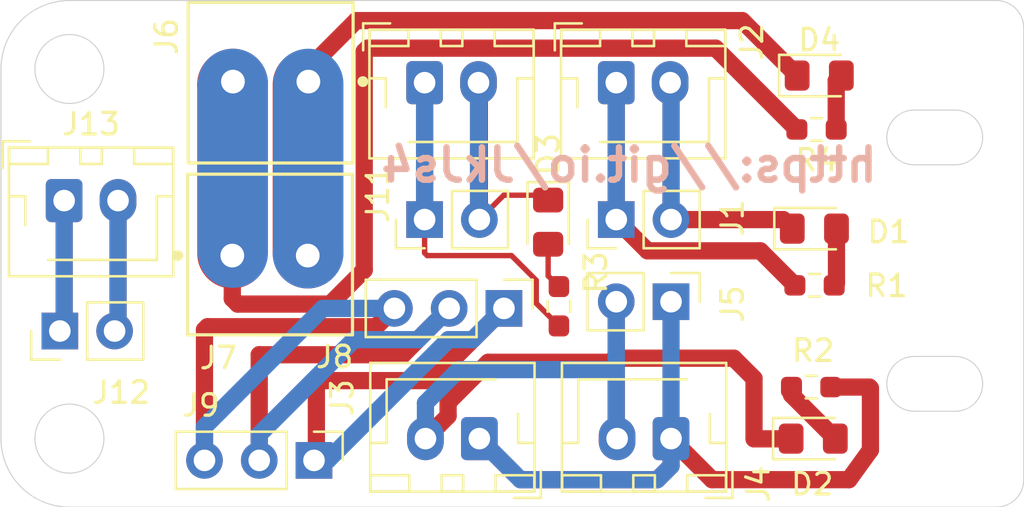
<source format=kicad_pcb>
(kicad_pcb (version 20171130) (host pcbnew "(5.1.7)-1")

  (general
    (thickness 1.6)
    (drawings 20)
    (tracks 135)
    (zones 0)
    (modules 21)
    (nets 18)
  )

  (page A4)
  (layers
    (0 F.Cu signal)
    (31 B.Cu signal)
    (32 B.Adhes user hide)
    (33 F.Adhes user hide)
    (34 B.Paste user hide)
    (35 F.Paste user hide)
    (36 B.SilkS user)
    (37 F.SilkS user)
    (38 B.Mask user hide)
    (39 F.Mask user hide)
    (40 Dwgs.User user hide)
    (41 Cmts.User user hide)
    (42 Eco1.User user hide)
    (43 Eco2.User user hide)
    (44 Edge.Cuts user)
    (45 Margin user hide)
    (46 B.CrtYd user hide)
    (47 F.CrtYd user)
    (48 B.Fab user hide)
    (49 F.Fab user hide)
  )

  (setup
    (last_trace_width 0.25)
    (user_trace_width 0.25)
    (user_trace_width 0.8)
    (user_trace_width 1.5)
    (user_trace_width 2)
    (user_trace_width 3)
    (user_trace_width 3.25)
    (trace_clearance 0.2)
    (zone_clearance 0.508)
    (zone_45_only no)
    (trace_min 0.2)
    (via_size 0.8)
    (via_drill 0.4)
    (via_min_size 0.4)
    (via_min_drill 0.3)
    (uvia_size 0.3)
    (uvia_drill 0.1)
    (uvias_allowed no)
    (uvia_min_size 0.2)
    (uvia_min_drill 0.1)
    (edge_width 0.05)
    (segment_width 0.2)
    (pcb_text_width 0.3)
    (pcb_text_size 1.5 1.5)
    (mod_edge_width 0.12)
    (mod_text_size 1 1)
    (mod_text_width 0.15)
    (pad_size 1.524 1.524)
    (pad_drill 0.762)
    (pad_to_mask_clearance 0)
    (aux_axis_origin 0 0)
    (visible_elements 7FFFFFFF)
    (pcbplotparams
      (layerselection 0x0f030_ffffffff)
      (usegerberextensions false)
      (usegerberattributes true)
      (usegerberadvancedattributes true)
      (creategerberjobfile true)
      (excludeedgelayer true)
      (linewidth 0.100000)
      (plotframeref false)
      (viasonmask false)
      (mode 1)
      (useauxorigin false)
      (hpglpennumber 1)
      (hpglpenspeed 20)
      (hpglpendiameter 15.000000)
      (psnegative false)
      (psa4output false)
      (plotreference true)
      (plotvalue true)
      (plotinvisibletext false)
      (padsonsilk false)
      (subtractmaskfromsilk false)
      (outputformat 1)
      (mirror false)
      (drillshape 0)
      (scaleselection 1)
      (outputdirectory "gerbers/"))
  )

  (net 0 "")
  (net 1 "Net-(D1-Pad2)")
  (net 2 "Net-(D2-Pad2)")
  (net 3 +3V3)
  (net 4 Z_PROBE_CONN)
  (net 5 -FAN0)
  (net 6 -FAN1)
  (net 7 +V_LED)
  (net 8 -V_LED)
  (net 9 +FAN0)
  (net 10 +FAN1)
  (net 11 -V_IN)
  (net 12 +V_IN)
  (net 13 -V_Probe)
  (net 14 -THERM)
  (net 15 +THERM)
  (net 16 "Net-(D3-Pad2)")
  (net 17 "Net-(D4-Pad2)")

  (net_class Default "This is the default net class."
    (clearance 0.2)
    (trace_width 0.25)
    (via_dia 0.8)
    (via_drill 0.4)
    (uvia_dia 0.3)
    (uvia_drill 0.1)
    (add_net +3V3)
    (add_net +FAN0)
    (add_net +FAN1)
    (add_net +THERM)
    (add_net +V_IN)
    (add_net +V_LED)
    (add_net -FAN0)
    (add_net -FAN1)
    (add_net -THERM)
    (add_net -V_IN)
    (add_net -V_LED)
    (add_net -V_Probe)
    (add_net "Net-(D1-Pad2)")
    (add_net "Net-(D2-Pad2)")
    (add_net "Net-(D3-Pad2)")
    (add_net "Net-(D4-Pad2)")
    (add_net Z_PROBE_CONN)
  )

  (module CArraigeFanBreakout:JST_XH_B2B-XH-AM_1x02_P2.50mm_Vertical_DJP (layer F.Cu) (tedit 5FA8964D) (tstamp 5FA87CC6)
    (at 92.5 67.7)
    (descr "JST XH series connector, B2B-XH-AM, with boss (http://www.jst-mfg.com/product/pdf/eng/eXH.pdf), generated with kicad-footprint-generator")
    (tags "connector JST XH vertical boss")
    (path /5FA8CE38)
    (fp_text reference J13 (at 1.25 -3.55) (layer F.SilkS)
      (effects (font (size 1 1) (thickness 0.15)))
    )
    (fp_text value Conn_01x02 (at 1.25 4.6) (layer F.Fab)
      (effects (font (size 1 1) (thickness 0.15)))
    )
    (fp_line (start -2.45 -2.35) (end -2.45 3.4) (layer F.Fab) (width 0.1))
    (fp_line (start -2.45 3.4) (end 4.95 3.4) (layer F.Fab) (width 0.1))
    (fp_line (start 4.95 3.4) (end 4.95 -2.35) (layer F.Fab) (width 0.1))
    (fp_line (start 4.95 -2.35) (end -2.45 -2.35) (layer F.Fab) (width 0.1))
    (fp_line (start -2.56 -2.46) (end -2.56 3.51) (layer F.SilkS) (width 0.12))
    (fp_line (start -2.56 3.51) (end 5.06 3.51) (layer F.SilkS) (width 0.12))
    (fp_line (start 5.06 3.51) (end 5.06 -2.46) (layer F.SilkS) (width 0.12))
    (fp_line (start 5.06 -2.46) (end -2.56 -2.46) (layer F.SilkS) (width 0.12))
    (fp_line (start -2.95 -2.85) (end -2.95 3.9) (layer F.CrtYd) (width 0.05))
    (fp_line (start -2.95 3.9) (end 5.45 3.9) (layer F.CrtYd) (width 0.05))
    (fp_line (start 5.45 3.9) (end 5.45 -2.85) (layer F.CrtYd) (width 0.05))
    (fp_line (start 5.45 -2.85) (end -2.95 -2.85) (layer F.CrtYd) (width 0.05))
    (fp_line (start -0.625 -2.35) (end 0 -1.35) (layer F.Fab) (width 0.1))
    (fp_line (start 0 -1.35) (end 0.625 -2.35) (layer F.Fab) (width 0.1))
    (fp_line (start 0.75 -2.45) (end 0.75 -1.7) (layer F.SilkS) (width 0.12))
    (fp_line (start 0.75 -1.7) (end 1.75 -1.7) (layer F.SilkS) (width 0.12))
    (fp_line (start 1.75 -1.7) (end 1.75 -2.45) (layer F.SilkS) (width 0.12))
    (fp_line (start 1.75 -2.45) (end 0.75 -2.45) (layer F.SilkS) (width 0.12))
    (fp_line (start -2.55 -2.45) (end -2.55 -1.7) (layer F.SilkS) (width 0.12))
    (fp_line (start -2.55 -1.7) (end -0.75 -1.7) (layer F.SilkS) (width 0.12))
    (fp_line (start -0.75 -1.7) (end -0.75 -2.45) (layer F.SilkS) (width 0.12))
    (fp_line (start -0.75 -2.45) (end -2.55 -2.45) (layer F.SilkS) (width 0.12))
    (fp_line (start 3.25 -2.45) (end 3.25 -1.7) (layer F.SilkS) (width 0.12))
    (fp_line (start 3.25 -1.7) (end 5.05 -1.7) (layer F.SilkS) (width 0.12))
    (fp_line (start 5.05 -1.7) (end 5.05 -2.45) (layer F.SilkS) (width 0.12))
    (fp_line (start 5.05 -2.45) (end 3.25 -2.45) (layer F.SilkS) (width 0.12))
    (fp_line (start -2.55 -0.2) (end -1.8 -0.2) (layer F.SilkS) (width 0.12))
    (fp_line (start -1.8 -0.2) (end -1.8 1.14) (layer F.SilkS) (width 0.12))
    (fp_line (start 1.25 2.75) (end -0.74 2.75) (layer F.SilkS) (width 0.12))
    (fp_line (start 5.05 -0.2) (end 4.3 -0.2) (layer F.SilkS) (width 0.12))
    (fp_line (start 4.3 -0.2) (end 4.3 2.75) (layer F.SilkS) (width 0.12))
    (fp_line (start 4.3 2.75) (end 1.25 2.75) (layer F.SilkS) (width 0.12))
    (fp_line (start -1.6 -2.75) (end -2.85 -2.75) (layer F.SilkS) (width 0.12))
    (fp_line (start -2.85 -2.75) (end -2.85 -1.5) (layer F.SilkS) (width 0.12))
    (fp_text user %R (at 1.25 2.7) (layer F.Fab)
      (effects (font (size 1 1) (thickness 0.15)))
    )
    (pad "" np_thru_hole circle (at -1.6 2) (size 1.2 1.2) (drill 1.2) (layers *.Cu *.Mask))
    (pad 2 thru_hole oval (at 2.5 0) (size 1.7 2) (drill 1) (layers *.Cu *.Mask)
      (net 14 -THERM))
    (pad 1 thru_hole roundrect (at 0 0) (size 1.7 2) (drill 1) (layers *.Cu *.Mask) (roundrect_rratio 0.1470588235294118)
      (net 15 +THERM))
    (model ${KISYS3DMOD}/Connector_JST.3dshapes/JST_XH_B2B-XH-AM_1x02_P2.50mm_Vertical.wrl
      (at (xyz 0 0 0))
      (scale (xyz 1 1 1))
      (rotate (xyz 0 0 0))
    )
    (model "F:/kicad/Conn_JST_B2B-XH-A(LF)(SN)/eec.models/JST_-_B2B-XH-A(LF)(SN).step"
      (offset (xyz 1.25 -0.5 0))
      (scale (xyz 1 1 1))
      (rotate (xyz 0 0 0))
    )
  )

  (module CArraigeFanBreakout:JST_XH_B2B-XH-AM_1x02_P2.50mm_Vertical_DJP (layer F.Cu) (tedit 5FA8964D) (tstamp 5FA8961C)
    (at 109.22 62.23)
    (descr "JST XH series connector, B2B-XH-AM, with boss (http://www.jst-mfg.com/product/pdf/eng/eXH.pdf), generated with kicad-footprint-generator")
    (tags "connector JST XH vertical boss")
    (path /5FAA28CA)
    (fp_text reference J11 (at -2.17 5.17 90) (layer F.SilkS)
      (effects (font (size 1 1) (thickness 0.15)))
    )
    (fp_text value Conn_01x02 (at 1.25 4.6) (layer F.Fab)
      (effects (font (size 1 1) (thickness 0.15)))
    )
    (fp_line (start -2.45 -2.35) (end -2.45 3.4) (layer F.Fab) (width 0.1))
    (fp_line (start -2.45 3.4) (end 4.95 3.4) (layer F.Fab) (width 0.1))
    (fp_line (start 4.95 3.4) (end 4.95 -2.35) (layer F.Fab) (width 0.1))
    (fp_line (start 4.95 -2.35) (end -2.45 -2.35) (layer F.Fab) (width 0.1))
    (fp_line (start -2.56 -2.46) (end -2.56 3.51) (layer F.SilkS) (width 0.12))
    (fp_line (start -2.56 3.51) (end 5.06 3.51) (layer F.SilkS) (width 0.12))
    (fp_line (start 5.06 3.51) (end 5.06 -2.46) (layer F.SilkS) (width 0.12))
    (fp_line (start 5.06 -2.46) (end -2.56 -2.46) (layer F.SilkS) (width 0.12))
    (fp_line (start -2.95 -2.85) (end -2.95 3.9) (layer F.CrtYd) (width 0.05))
    (fp_line (start -2.95 3.9) (end 5.45 3.9) (layer F.CrtYd) (width 0.05))
    (fp_line (start 5.45 3.9) (end 5.45 -2.85) (layer F.CrtYd) (width 0.05))
    (fp_line (start 5.45 -2.85) (end -2.95 -2.85) (layer F.CrtYd) (width 0.05))
    (fp_line (start -0.625 -2.35) (end 0 -1.35) (layer F.Fab) (width 0.1))
    (fp_line (start 0 -1.35) (end 0.625 -2.35) (layer F.Fab) (width 0.1))
    (fp_line (start 0.75 -2.45) (end 0.75 -1.7) (layer F.SilkS) (width 0.12))
    (fp_line (start 0.75 -1.7) (end 1.75 -1.7) (layer F.SilkS) (width 0.12))
    (fp_line (start 1.75 -1.7) (end 1.75 -2.45) (layer F.SilkS) (width 0.12))
    (fp_line (start 1.75 -2.45) (end 0.75 -2.45) (layer F.SilkS) (width 0.12))
    (fp_line (start -2.55 -2.45) (end -2.55 -1.7) (layer F.SilkS) (width 0.12))
    (fp_line (start -2.55 -1.7) (end -0.75 -1.7) (layer F.SilkS) (width 0.12))
    (fp_line (start -0.75 -1.7) (end -0.75 -2.45) (layer F.SilkS) (width 0.12))
    (fp_line (start -0.75 -2.45) (end -2.55 -2.45) (layer F.SilkS) (width 0.12))
    (fp_line (start 3.25 -2.45) (end 3.25 -1.7) (layer F.SilkS) (width 0.12))
    (fp_line (start 3.25 -1.7) (end 5.05 -1.7) (layer F.SilkS) (width 0.12))
    (fp_line (start 5.05 -1.7) (end 5.05 -2.45) (layer F.SilkS) (width 0.12))
    (fp_line (start 5.05 -2.45) (end 3.25 -2.45) (layer F.SilkS) (width 0.12))
    (fp_line (start -2.55 -0.2) (end -1.8 -0.2) (layer F.SilkS) (width 0.12))
    (fp_line (start -1.8 -0.2) (end -1.8 1.14) (layer F.SilkS) (width 0.12))
    (fp_line (start 1.25 2.75) (end -0.74 2.75) (layer F.SilkS) (width 0.12))
    (fp_line (start 5.05 -0.2) (end 4.3 -0.2) (layer F.SilkS) (width 0.12))
    (fp_line (start 4.3 -0.2) (end 4.3 2.75) (layer F.SilkS) (width 0.12))
    (fp_line (start 4.3 2.75) (end 1.25 2.75) (layer F.SilkS) (width 0.12))
    (fp_line (start -1.6 -2.75) (end -2.85 -2.75) (layer F.SilkS) (width 0.12))
    (fp_line (start -2.85 -2.75) (end -2.85 -1.5) (layer F.SilkS) (width 0.12))
    (fp_text user %R (at 1.25 2.7) (layer F.Fab)
      (effects (font (size 1 1) (thickness 0.15)))
    )
    (pad "" np_thru_hole circle (at -1.6 2) (size 1.2 1.2) (drill 1.2) (layers *.Cu *.Mask))
    (pad 2 thru_hole oval (at 2.5 0) (size 1.7 2) (drill 1) (layers *.Cu *.Mask)
      (net 7 +V_LED))
    (pad 1 thru_hole roundrect (at 0 0) (size 1.7 2) (drill 1) (layers *.Cu *.Mask) (roundrect_rratio 0.1470588235294118)
      (net 8 -V_LED))
    (model ${KISYS3DMOD}/Connector_JST.3dshapes/JST_XH_B2B-XH-AM_1x02_P2.50mm_Vertical.wrl
      (at (xyz 0 0 0))
      (scale (xyz 1 1 1))
      (rotate (xyz 0 0 0))
    )
    (model "F:/kicad/Conn_JST_B2B-XH-A(LF)(SN)/eec.models/JST_-_B2B-XH-A(LF)(SN).step"
      (offset (xyz 1.25 -0.5 0))
      (scale (xyz 1 1 1))
      (rotate (xyz 0 0 0))
    )
  )

  (module CArraigeFanBreakout:JST_XH_B2B-XH-AM_1x02_P2.50mm_Vertical_DJP (layer F.Cu) (tedit 5FA8964D) (tstamp 5FA895DB)
    (at 120.65 78.74 180)
    (descr "JST XH series connector, B2B-XH-AM, with boss (http://www.jst-mfg.com/product/pdf/eng/eXH.pdf), generated with kicad-footprint-generator")
    (tags "connector JST XH vertical boss")
    (path /5FA7F188)
    (fp_text reference J4 (at -4.05 -2.11 90) (layer F.SilkS)
      (effects (font (size 1 1) (thickness 0.15)))
    )
    (fp_text value Conn_01x02 (at 1.25 4.6) (layer F.Fab)
      (effects (font (size 1 1) (thickness 0.15)))
    )
    (fp_line (start -2.45 -2.35) (end -2.45 3.4) (layer F.Fab) (width 0.1))
    (fp_line (start -2.45 3.4) (end 4.95 3.4) (layer F.Fab) (width 0.1))
    (fp_line (start 4.95 3.4) (end 4.95 -2.35) (layer F.Fab) (width 0.1))
    (fp_line (start 4.95 -2.35) (end -2.45 -2.35) (layer F.Fab) (width 0.1))
    (fp_line (start -2.56 -2.46) (end -2.56 3.51) (layer F.SilkS) (width 0.12))
    (fp_line (start -2.56 3.51) (end 5.06 3.51) (layer F.SilkS) (width 0.12))
    (fp_line (start 5.06 3.51) (end 5.06 -2.46) (layer F.SilkS) (width 0.12))
    (fp_line (start 5.06 -2.46) (end -2.56 -2.46) (layer F.SilkS) (width 0.12))
    (fp_line (start -2.95 -2.85) (end -2.95 3.9) (layer F.CrtYd) (width 0.05))
    (fp_line (start -2.95 3.9) (end 5.45 3.9) (layer F.CrtYd) (width 0.05))
    (fp_line (start 5.45 3.9) (end 5.45 -2.85) (layer F.CrtYd) (width 0.05))
    (fp_line (start 5.45 -2.85) (end -2.95 -2.85) (layer F.CrtYd) (width 0.05))
    (fp_line (start -0.625 -2.35) (end 0 -1.35) (layer F.Fab) (width 0.1))
    (fp_line (start 0 -1.35) (end 0.625 -2.35) (layer F.Fab) (width 0.1))
    (fp_line (start 0.75 -2.45) (end 0.75 -1.7) (layer F.SilkS) (width 0.12))
    (fp_line (start 0.75 -1.7) (end 1.75 -1.7) (layer F.SilkS) (width 0.12))
    (fp_line (start 1.75 -1.7) (end 1.75 -2.45) (layer F.SilkS) (width 0.12))
    (fp_line (start 1.75 -2.45) (end 0.75 -2.45) (layer F.SilkS) (width 0.12))
    (fp_line (start -2.55 -2.45) (end -2.55 -1.7) (layer F.SilkS) (width 0.12))
    (fp_line (start -2.55 -1.7) (end -0.75 -1.7) (layer F.SilkS) (width 0.12))
    (fp_line (start -0.75 -1.7) (end -0.75 -2.45) (layer F.SilkS) (width 0.12))
    (fp_line (start -0.75 -2.45) (end -2.55 -2.45) (layer F.SilkS) (width 0.12))
    (fp_line (start 3.25 -2.45) (end 3.25 -1.7) (layer F.SilkS) (width 0.12))
    (fp_line (start 3.25 -1.7) (end 5.05 -1.7) (layer F.SilkS) (width 0.12))
    (fp_line (start 5.05 -1.7) (end 5.05 -2.45) (layer F.SilkS) (width 0.12))
    (fp_line (start 5.05 -2.45) (end 3.25 -2.45) (layer F.SilkS) (width 0.12))
    (fp_line (start -2.55 -0.2) (end -1.8 -0.2) (layer F.SilkS) (width 0.12))
    (fp_line (start -1.8 -0.2) (end -1.8 1.14) (layer F.SilkS) (width 0.12))
    (fp_line (start 1.25 2.75) (end -0.74 2.75) (layer F.SilkS) (width 0.12))
    (fp_line (start 5.05 -0.2) (end 4.3 -0.2) (layer F.SilkS) (width 0.12))
    (fp_line (start 4.3 -0.2) (end 4.3 2.75) (layer F.SilkS) (width 0.12))
    (fp_line (start 4.3 2.75) (end 1.25 2.75) (layer F.SilkS) (width 0.12))
    (fp_line (start -1.6 -2.75) (end -2.85 -2.75) (layer F.SilkS) (width 0.12))
    (fp_line (start -2.85 -2.75) (end -2.85 -1.5) (layer F.SilkS) (width 0.12))
    (fp_text user %R (at 1.25 2.7) (layer F.Fab)
      (effects (font (size 1 1) (thickness 0.15)))
    )
    (pad "" np_thru_hole circle (at -1.6 2 180) (size 1.2 1.2) (drill 1.2) (layers *.Cu *.Mask))
    (pad 2 thru_hole oval (at 2.5 0 180) (size 1.7 2) (drill 1) (layers *.Cu *.Mask)
      (net 10 +FAN1))
    (pad 1 thru_hole roundrect (at 0 0 180) (size 1.7 2) (drill 1) (layers *.Cu *.Mask) (roundrect_rratio 0.1470588235294118)
      (net 6 -FAN1))
    (model ${KISYS3DMOD}/Connector_JST.3dshapes/JST_XH_B2B-XH-AM_1x02_P2.50mm_Vertical.wrl
      (at (xyz 0 0 0))
      (scale (xyz 1 1 1))
      (rotate (xyz 0 0 0))
    )
    (model "F:/kicad/Conn_JST_B2B-XH-A(LF)(SN)/eec.models/JST_-_B2B-XH-A(LF)(SN).step"
      (offset (xyz 1.25 -0.5 0))
      (scale (xyz 1 1 1))
      (rotate (xyz 0 0 0))
    )
  )

  (module CArraigeFanBreakout:JST_XH_B2B-XH-AM_1x02_P2.50mm_Vertical_DJP (layer F.Cu) (tedit 5FA8964D) (tstamp 5FA895B1)
    (at 111.76 78.74 180)
    (descr "JST XH series connector, B2B-XH-AM, with boss (http://www.jst-mfg.com/product/pdf/eng/eXH.pdf), generated with kicad-footprint-generator")
    (tags "connector JST XH vertical boss")
    (path /5FA8759A)
    (fp_text reference J3 (at 6.36 1.89 90) (layer F.SilkS)
      (effects (font (size 1 1) (thickness 0.15)))
    )
    (fp_text value Conn_01x02 (at 1.25 4.6) (layer F.Fab)
      (effects (font (size 1 1) (thickness 0.15)))
    )
    (fp_line (start -2.45 -2.35) (end -2.45 3.4) (layer F.Fab) (width 0.1))
    (fp_line (start -2.45 3.4) (end 4.95 3.4) (layer F.Fab) (width 0.1))
    (fp_line (start 4.95 3.4) (end 4.95 -2.35) (layer F.Fab) (width 0.1))
    (fp_line (start 4.95 -2.35) (end -2.45 -2.35) (layer F.Fab) (width 0.1))
    (fp_line (start -2.56 -2.46) (end -2.56 3.51) (layer F.SilkS) (width 0.12))
    (fp_line (start -2.56 3.51) (end 5.06 3.51) (layer F.SilkS) (width 0.12))
    (fp_line (start 5.06 3.51) (end 5.06 -2.46) (layer F.SilkS) (width 0.12))
    (fp_line (start 5.06 -2.46) (end -2.56 -2.46) (layer F.SilkS) (width 0.12))
    (fp_line (start -2.95 -2.85) (end -2.95 3.9) (layer F.CrtYd) (width 0.05))
    (fp_line (start -2.95 3.9) (end 5.45 3.9) (layer F.CrtYd) (width 0.05))
    (fp_line (start 5.45 3.9) (end 5.45 -2.85) (layer F.CrtYd) (width 0.05))
    (fp_line (start 5.45 -2.85) (end -2.95 -2.85) (layer F.CrtYd) (width 0.05))
    (fp_line (start -0.625 -2.35) (end 0 -1.35) (layer F.Fab) (width 0.1))
    (fp_line (start 0 -1.35) (end 0.625 -2.35) (layer F.Fab) (width 0.1))
    (fp_line (start 0.75 -2.45) (end 0.75 -1.7) (layer F.SilkS) (width 0.12))
    (fp_line (start 0.75 -1.7) (end 1.75 -1.7) (layer F.SilkS) (width 0.12))
    (fp_line (start 1.75 -1.7) (end 1.75 -2.45) (layer F.SilkS) (width 0.12))
    (fp_line (start 1.75 -2.45) (end 0.75 -2.45) (layer F.SilkS) (width 0.12))
    (fp_line (start -2.55 -2.45) (end -2.55 -1.7) (layer F.SilkS) (width 0.12))
    (fp_line (start -2.55 -1.7) (end -0.75 -1.7) (layer F.SilkS) (width 0.12))
    (fp_line (start -0.75 -1.7) (end -0.75 -2.45) (layer F.SilkS) (width 0.12))
    (fp_line (start -0.75 -2.45) (end -2.55 -2.45) (layer F.SilkS) (width 0.12))
    (fp_line (start 3.25 -2.45) (end 3.25 -1.7) (layer F.SilkS) (width 0.12))
    (fp_line (start 3.25 -1.7) (end 5.05 -1.7) (layer F.SilkS) (width 0.12))
    (fp_line (start 5.05 -1.7) (end 5.05 -2.45) (layer F.SilkS) (width 0.12))
    (fp_line (start 5.05 -2.45) (end 3.25 -2.45) (layer F.SilkS) (width 0.12))
    (fp_line (start -2.55 -0.2) (end -1.8 -0.2) (layer F.SilkS) (width 0.12))
    (fp_line (start -1.8 -0.2) (end -1.8 1.14) (layer F.SilkS) (width 0.12))
    (fp_line (start 1.25 2.75) (end -0.74 2.75) (layer F.SilkS) (width 0.12))
    (fp_line (start 5.05 -0.2) (end 4.3 -0.2) (layer F.SilkS) (width 0.12))
    (fp_line (start 4.3 -0.2) (end 4.3 2.75) (layer F.SilkS) (width 0.12))
    (fp_line (start 4.3 2.75) (end 1.25 2.75) (layer F.SilkS) (width 0.12))
    (fp_line (start -1.6 -2.75) (end -2.85 -2.75) (layer F.SilkS) (width 0.12))
    (fp_line (start -2.85 -2.75) (end -2.85 -1.5) (layer F.SilkS) (width 0.12))
    (fp_text user %R (at 1.25 2.7) (layer F.Fab)
      (effects (font (size 1 1) (thickness 0.15)))
    )
    (pad "" np_thru_hole circle (at -1.6 2 180) (size 1.2 1.2) (drill 1.2) (layers *.Cu *.Mask))
    (pad 2 thru_hole oval (at 2.5 0 180) (size 1.7 2) (drill 1) (layers *.Cu *.Mask)
      (net 10 +FAN1))
    (pad 1 thru_hole roundrect (at 0 0 180) (size 1.7 2) (drill 1) (layers *.Cu *.Mask) (roundrect_rratio 0.1470588235294118)
      (net 6 -FAN1))
    (model ${KISYS3DMOD}/Connector_JST.3dshapes/JST_XH_B2B-XH-AM_1x02_P2.50mm_Vertical.wrl
      (at (xyz 0 0 0))
      (scale (xyz 1 1 1))
      (rotate (xyz 0 0 0))
    )
    (model "F:/kicad/Conn_JST_B2B-XH-A(LF)(SN)/eec.models/JST_-_B2B-XH-A(LF)(SN).step"
      (offset (xyz 1.25 -0.5 0))
      (scale (xyz 1 1 1))
      (rotate (xyz 0 0 0))
    )
  )

  (module CArraigeFanBreakout:JST_XH_B2B-XH-AM_1x02_P2.50mm_Vertical_DJP (layer F.Cu) (tedit 5FA8964D) (tstamp 5FA89587)
    (at 118.11 62.23)
    (descr "JST XH series connector, B2B-XH-AM, with boss (http://www.jst-mfg.com/product/pdf/eng/eXH.pdf), generated with kicad-footprint-generator")
    (tags "connector JST XH vertical boss")
    (path /5FA77D56)
    (fp_text reference J2 (at 6.29 -1.88 90) (layer F.SilkS)
      (effects (font (size 1 1) (thickness 0.15)))
    )
    (fp_text value Conn_01x02 (at 1.25 4.6) (layer F.Fab)
      (effects (font (size 1 1) (thickness 0.15)))
    )
    (fp_line (start -2.45 -2.35) (end -2.45 3.4) (layer F.Fab) (width 0.1))
    (fp_line (start -2.45 3.4) (end 4.95 3.4) (layer F.Fab) (width 0.1))
    (fp_line (start 4.95 3.4) (end 4.95 -2.35) (layer F.Fab) (width 0.1))
    (fp_line (start 4.95 -2.35) (end -2.45 -2.35) (layer F.Fab) (width 0.1))
    (fp_line (start -2.56 -2.46) (end -2.56 3.51) (layer F.SilkS) (width 0.12))
    (fp_line (start -2.56 3.51) (end 5.06 3.51) (layer F.SilkS) (width 0.12))
    (fp_line (start 5.06 3.51) (end 5.06 -2.46) (layer F.SilkS) (width 0.12))
    (fp_line (start 5.06 -2.46) (end -2.56 -2.46) (layer F.SilkS) (width 0.12))
    (fp_line (start -2.95 -2.85) (end -2.95 3.9) (layer F.CrtYd) (width 0.05))
    (fp_line (start -2.95 3.9) (end 5.45 3.9) (layer F.CrtYd) (width 0.05))
    (fp_line (start 5.45 3.9) (end 5.45 -2.85) (layer F.CrtYd) (width 0.05))
    (fp_line (start 5.45 -2.85) (end -2.95 -2.85) (layer F.CrtYd) (width 0.05))
    (fp_line (start -0.625 -2.35) (end 0 -1.35) (layer F.Fab) (width 0.1))
    (fp_line (start 0 -1.35) (end 0.625 -2.35) (layer F.Fab) (width 0.1))
    (fp_line (start 0.75 -2.45) (end 0.75 -1.7) (layer F.SilkS) (width 0.12))
    (fp_line (start 0.75 -1.7) (end 1.75 -1.7) (layer F.SilkS) (width 0.12))
    (fp_line (start 1.75 -1.7) (end 1.75 -2.45) (layer F.SilkS) (width 0.12))
    (fp_line (start 1.75 -2.45) (end 0.75 -2.45) (layer F.SilkS) (width 0.12))
    (fp_line (start -2.55 -2.45) (end -2.55 -1.7) (layer F.SilkS) (width 0.12))
    (fp_line (start -2.55 -1.7) (end -0.75 -1.7) (layer F.SilkS) (width 0.12))
    (fp_line (start -0.75 -1.7) (end -0.75 -2.45) (layer F.SilkS) (width 0.12))
    (fp_line (start -0.75 -2.45) (end -2.55 -2.45) (layer F.SilkS) (width 0.12))
    (fp_line (start 3.25 -2.45) (end 3.25 -1.7) (layer F.SilkS) (width 0.12))
    (fp_line (start 3.25 -1.7) (end 5.05 -1.7) (layer F.SilkS) (width 0.12))
    (fp_line (start 5.05 -1.7) (end 5.05 -2.45) (layer F.SilkS) (width 0.12))
    (fp_line (start 5.05 -2.45) (end 3.25 -2.45) (layer F.SilkS) (width 0.12))
    (fp_line (start -2.55 -0.2) (end -1.8 -0.2) (layer F.SilkS) (width 0.12))
    (fp_line (start -1.8 -0.2) (end -1.8 1.14) (layer F.SilkS) (width 0.12))
    (fp_line (start 1.25 2.75) (end -0.74 2.75) (layer F.SilkS) (width 0.12))
    (fp_line (start 5.05 -0.2) (end 4.3 -0.2) (layer F.SilkS) (width 0.12))
    (fp_line (start 4.3 -0.2) (end 4.3 2.75) (layer F.SilkS) (width 0.12))
    (fp_line (start 4.3 2.75) (end 1.25 2.75) (layer F.SilkS) (width 0.12))
    (fp_line (start -1.6 -2.75) (end -2.85 -2.75) (layer F.SilkS) (width 0.12))
    (fp_line (start -2.85 -2.75) (end -2.85 -1.5) (layer F.SilkS) (width 0.12))
    (fp_text user %R (at 1.25 2.7) (layer F.Fab)
      (effects (font (size 1 1) (thickness 0.15)))
    )
    (pad "" np_thru_hole circle (at -1.6 2) (size 1.2 1.2) (drill 1.2) (layers *.Cu *.Mask))
    (pad 2 thru_hole oval (at 2.5 0) (size 1.7 2) (drill 1) (layers *.Cu *.Mask)
      (net 9 +FAN0))
    (pad 1 thru_hole roundrect (at 0 0) (size 1.7 2) (drill 1) (layers *.Cu *.Mask) (roundrect_rratio 0.1470588235294118)
      (net 5 -FAN0))
    (model ${KISYS3DMOD}/Connector_JST.3dshapes/JST_XH_B2B-XH-AM_1x02_P2.50mm_Vertical.wrl
      (at (xyz 0 0 0))
      (scale (xyz 1 1 1))
      (rotate (xyz 0 0 0))
    )
    (model "F:/kicad/Conn_JST_B2B-XH-A(LF)(SN)/eec.models/JST_-_B2B-XH-A(LF)(SN).step"
      (offset (xyz 1.25 -0.5 0))
      (scale (xyz 1 1 1))
      (rotate (xyz 0 0 0))
    )
  )

  (module Resistor_SMD:R_0603_1608Metric_Pad0.98x0.95mm_HandSolder (layer F.Cu) (tedit 5F68FEEE) (tstamp 5FA899A7)
    (at 127.4 64.4 180)
    (descr "Resistor SMD 0603 (1608 Metric), square (rectangular) end terminal, IPC_7351 nominal with elongated pad for handsoldering. (Body size source: IPC-SM-782 page 72, https://www.pcb-3d.com/wordpress/wp-content/uploads/ipc-sm-782a_amendment_1_and_2.pdf), generated with kicad-footprint-generator")
    (tags "resistor handsolder")
    (path /5FA9E898)
    (attr smd)
    (fp_text reference R4 (at 0 -1.43) (layer F.SilkS)
      (effects (font (size 1 1) (thickness 0.15)))
    )
    (fp_text value R (at 0 1.43) (layer F.Fab)
      (effects (font (size 1 1) (thickness 0.15)))
    )
    (fp_line (start 1.65 0.73) (end -1.65 0.73) (layer F.CrtYd) (width 0.05))
    (fp_line (start 1.65 -0.73) (end 1.65 0.73) (layer F.CrtYd) (width 0.05))
    (fp_line (start -1.65 -0.73) (end 1.65 -0.73) (layer F.CrtYd) (width 0.05))
    (fp_line (start -1.65 0.73) (end -1.65 -0.73) (layer F.CrtYd) (width 0.05))
    (fp_line (start -0.254724 0.5225) (end 0.254724 0.5225) (layer F.SilkS) (width 0.12))
    (fp_line (start -0.254724 -0.5225) (end 0.254724 -0.5225) (layer F.SilkS) (width 0.12))
    (fp_line (start 0.8 0.4125) (end -0.8 0.4125) (layer F.Fab) (width 0.1))
    (fp_line (start 0.8 -0.4125) (end 0.8 0.4125) (layer F.Fab) (width 0.1))
    (fp_line (start -0.8 -0.4125) (end 0.8 -0.4125) (layer F.Fab) (width 0.1))
    (fp_line (start -0.8 0.4125) (end -0.8 -0.4125) (layer F.Fab) (width 0.1))
    (fp_text user %R (at 0 0) (layer F.Fab)
      (effects (font (size 0.4 0.4) (thickness 0.06)))
    )
    (pad 2 smd roundrect (at 0.9125 0 180) (size 0.975 0.95) (layers F.Cu F.Paste F.Mask) (roundrect_rratio 0.25)
      (net 11 -V_IN))
    (pad 1 smd roundrect (at -0.9125 0 180) (size 0.975 0.95) (layers F.Cu F.Paste F.Mask) (roundrect_rratio 0.25)
      (net 17 "Net-(D4-Pad2)"))
    (model ${KISYS3DMOD}/Resistor_SMD.3dshapes/R_0603_1608Metric.wrl
      (at (xyz 0 0 0))
      (scale (xyz 1 1 1))
      (rotate (xyz 0 0 0))
    )
  )

  (module CArraigeFanBreakout:Phoenix_Contact-1751248-0-0-0 (layer F.Cu) (tedit 5FA890B0) (tstamp 5FA897FA)
    (at 102.05 70.200001)
    (path /5FA8B67B)
    (fp_text reference J7 (at -3.35 4.799999 180) (layer F.SilkS)
      (effects (font (size 1 1) (thickness 0.15)) (justify left))
    )
    (fp_text value 1751248 (at 0 0) (layer Cmts.User)
      (effects (font (size 1.27 1.27) (thickness 0.15)))
    )
    (fp_line (start -3.825 3.725) (end -3.825 -3.725) (layer F.Fab) (width 0.15))
    (fp_line (start -3.825 -3.725) (end 3.825 -3.725) (layer F.Fab) (width 0.15))
    (fp_line (start 3.825 -3.725) (end 3.825 3.725) (layer F.Fab) (width 0.15))
    (fp_line (start 3.825 3.725) (end -3.825 3.725) (layer F.Fab) (width 0.15))
    (fp_line (start -3.825 -3.725) (end 3.825 -3.725) (layer F.SilkS) (width 0.15))
    (fp_line (start 3.825 3.725) (end 3.825 -3.725) (layer F.SilkS) (width 0.15))
    (fp_line (start -3.825 3.725) (end 3.825 3.725) (layer F.SilkS) (width 0.15))
    (fp_line (start -3.825 3.725) (end -3.825 -3.725) (layer F.SilkS) (width 0.15))
    (fp_circle (center -4.275 0.05) (end -4.15 0.05) (layer F.SilkS) (width 0.25))
    (fp_line (start 3.85 -3.75) (end 3.85 -3.75) (layer F.CrtYd) (width 0.15))
    (fp_line (start 3.85 -3.75) (end -3.85 -3.75) (layer F.CrtYd) (width 0.15))
    (fp_line (start -3.85 -3.75) (end -3.85 3.75) (layer F.CrtYd) (width 0.15))
    (fp_line (start -3.85 3.75) (end 3.85 3.75) (layer F.CrtYd) (width 0.15))
    (fp_line (start 3.85 3.75) (end 3.85 -3.75) (layer F.CrtYd) (width 0.15))
    (pad 1 thru_hole rect (at -1.75 0.049999) (size 1.7 1.7) (drill 1.1) (layers *.Cu)
      (net 12 +V_IN))
    (pad 2 thru_hole circle (at 1.75 0.049999) (size 1.7 1.7) (drill 1.1) (layers *.Cu)
      (net 11 -V_IN))
    (model eec.models/Phoenix_Contact_-_1751248.step
      (at (xyz 0 0 0))
      (scale (xyz 1 1 1))
      (rotate (xyz 0 0 0))
    )
    (model "F:/kicad/Conn_Phoenix Contact_1751248/eec.models/pxc_1751248_04_MKDS-1-2-3-5_3D.stp"
      (offset (xyz -3.75 -3.65 0))
      (scale (xyz 1 1 1))
      (rotate (xyz 0 0 0))
    )
  )

  (module LED_SMD:LED_0805_2012Metric_Pad1.15x1.40mm_HandSolder (layer F.Cu) (tedit 5F68FEF1) (tstamp 5FA89676)
    (at 127.525 61.9)
    (descr "LED SMD 0805 (2012 Metric), square (rectangular) end terminal, IPC_7351 nominal, (Body size source: https://docs.google.com/spreadsheets/d/1BsfQQcO9C6DZCsRaXUlFlo91Tg2WpOkGARC1WS5S8t0/edit?usp=sharing), generated with kicad-footprint-generator")
    (tags "LED handsolder")
    (path /5FA99C37)
    (attr smd)
    (fp_text reference D4 (at 0 -1.65) (layer F.SilkS)
      (effects (font (size 1 1) (thickness 0.15)))
    )
    (fp_text value LED (at 0 1.65) (layer F.Fab)
      (effects (font (size 1 1) (thickness 0.15)))
    )
    (fp_line (start 1.85 0.95) (end -1.85 0.95) (layer F.CrtYd) (width 0.05))
    (fp_line (start 1.85 -0.95) (end 1.85 0.95) (layer F.CrtYd) (width 0.05))
    (fp_line (start -1.85 -0.95) (end 1.85 -0.95) (layer F.CrtYd) (width 0.05))
    (fp_line (start -1.85 0.95) (end -1.85 -0.95) (layer F.CrtYd) (width 0.05))
    (fp_line (start -1.86 0.96) (end 1 0.96) (layer F.SilkS) (width 0.12))
    (fp_line (start -1.86 -0.96) (end -1.86 0.96) (layer F.SilkS) (width 0.12))
    (fp_line (start 1 -0.96) (end -1.86 -0.96) (layer F.SilkS) (width 0.12))
    (fp_line (start 1 0.6) (end 1 -0.6) (layer F.Fab) (width 0.1))
    (fp_line (start -1 0.6) (end 1 0.6) (layer F.Fab) (width 0.1))
    (fp_line (start -1 -0.3) (end -1 0.6) (layer F.Fab) (width 0.1))
    (fp_line (start -0.7 -0.6) (end -1 -0.3) (layer F.Fab) (width 0.1))
    (fp_line (start 1 -0.6) (end -0.7 -0.6) (layer F.Fab) (width 0.1))
    (fp_text user %R (at 0 0) (layer F.Fab)
      (effects (font (size 0.5 0.5) (thickness 0.08)))
    )
    (pad 2 smd roundrect (at 1.025 0) (size 1.15 1.4) (layers F.Cu F.Paste F.Mask) (roundrect_rratio 0.2173904347826087)
      (net 17 "Net-(D4-Pad2)"))
    (pad 1 smd roundrect (at -1.025 0) (size 1.15 1.4) (layers F.Cu F.Paste F.Mask) (roundrect_rratio 0.2173904347826087)
      (net 12 +V_IN))
    (model ${KISYS3DMOD}/LED_SMD.3dshapes/LED_0805_2012Metric.wrl
      (at (xyz 0 0 0))
      (scale (xyz 1 1 1))
      (rotate (xyz 0 0 0))
    )
  )

  (module Resistor_SMD:R_0603_1608Metric_Pad0.98x0.95mm_HandSolder (layer F.Cu) (tedit 5F68FEEE) (tstamp 5FA89C47)
    (at 115.45 72.6 270)
    (descr "Resistor SMD 0603 (1608 Metric), square (rectangular) end terminal, IPC_7351 nominal with elongated pad for handsoldering. (Body size source: IPC-SM-782 page 72, https://www.pcb-3d.com/wordpress/wp-content/uploads/ipc-sm-782a_amendment_1_and_2.pdf), generated with kicad-footprint-generator")
    (tags "resistor handsolder")
    (path /5FAC3111)
    (attr smd)
    (fp_text reference R3 (at -1.565 -1.71 90) (layer F.SilkS)
      (effects (font (size 1 1) (thickness 0.15)))
    )
    (fp_text value R (at 0 1.43 90) (layer F.Fab)
      (effects (font (size 1 1) (thickness 0.15)))
    )
    (fp_line (start 1.65 0.73) (end -1.65 0.73) (layer F.CrtYd) (width 0.05))
    (fp_line (start 1.65 -0.73) (end 1.65 0.73) (layer F.CrtYd) (width 0.05))
    (fp_line (start -1.65 -0.73) (end 1.65 -0.73) (layer F.CrtYd) (width 0.05))
    (fp_line (start -1.65 0.73) (end -1.65 -0.73) (layer F.CrtYd) (width 0.05))
    (fp_line (start -0.254724 0.5225) (end 0.254724 0.5225) (layer F.SilkS) (width 0.12))
    (fp_line (start -0.254724 -0.5225) (end 0.254724 -0.5225) (layer F.SilkS) (width 0.12))
    (fp_line (start 0.8 0.4125) (end -0.8 0.4125) (layer F.Fab) (width 0.1))
    (fp_line (start 0.8 -0.4125) (end 0.8 0.4125) (layer F.Fab) (width 0.1))
    (fp_line (start -0.8 -0.4125) (end 0.8 -0.4125) (layer F.Fab) (width 0.1))
    (fp_line (start -0.8 0.4125) (end -0.8 -0.4125) (layer F.Fab) (width 0.1))
    (fp_text user %R (at 0 0 90) (layer F.Fab)
      (effects (font (size 0.4 0.4) (thickness 0.06)))
    )
    (pad 2 smd roundrect (at 0.9125 0 270) (size 0.975 0.95) (layers F.Cu F.Paste F.Mask) (roundrect_rratio 0.25)
      (net 8 -V_LED))
    (pad 1 smd roundrect (at -0.9125 0 270) (size 0.975 0.95) (layers F.Cu F.Paste F.Mask) (roundrect_rratio 0.25)
      (net 16 "Net-(D3-Pad2)"))
    (model ${KISYS3DMOD}/Resistor_SMD.3dshapes/R_0603_1608Metric.wrl
      (at (xyz 0 0 0))
      (scale (xyz 1 1 1))
      (rotate (xyz 0 0 0))
    )
  )

  (module LED_SMD:LED_0805_2012Metric_Pad1.15x1.40mm_HandSolder (layer F.Cu) (tedit 5F68FEF1) (tstamp 5FA89920)
    (at 114.95 68.7 270)
    (descr "LED SMD 0805 (2012 Metric), square (rectangular) end terminal, IPC_7351 nominal, (Body size source: https://docs.google.com/spreadsheets/d/1BsfQQcO9C6DZCsRaXUlFlo91Tg2WpOkGARC1WS5S8t0/edit?usp=sharing), generated with kicad-footprint-generator")
    (tags "LED handsolder")
    (path /5FAC310B)
    (attr smd)
    (fp_text reference D3 (at -3.15 0 90) (layer F.SilkS)
      (effects (font (size 1 1) (thickness 0.15)))
    )
    (fp_text value LED (at 0 1.65 90) (layer F.Fab)
      (effects (font (size 1 1) (thickness 0.15)))
    )
    (fp_line (start 1.85 0.95) (end -1.85 0.95) (layer F.CrtYd) (width 0.05))
    (fp_line (start 1.85 -0.95) (end 1.85 0.95) (layer F.CrtYd) (width 0.05))
    (fp_line (start -1.85 -0.95) (end 1.85 -0.95) (layer F.CrtYd) (width 0.05))
    (fp_line (start -1.85 0.95) (end -1.85 -0.95) (layer F.CrtYd) (width 0.05))
    (fp_line (start -1.86 0.96) (end 1 0.96) (layer F.SilkS) (width 0.12))
    (fp_line (start -1.86 -0.96) (end -1.86 0.96) (layer F.SilkS) (width 0.12))
    (fp_line (start 1 -0.96) (end -1.86 -0.96) (layer F.SilkS) (width 0.12))
    (fp_line (start 1 0.6) (end 1 -0.6) (layer F.Fab) (width 0.1))
    (fp_line (start -1 0.6) (end 1 0.6) (layer F.Fab) (width 0.1))
    (fp_line (start -1 -0.3) (end -1 0.6) (layer F.Fab) (width 0.1))
    (fp_line (start -0.7 -0.6) (end -1 -0.3) (layer F.Fab) (width 0.1))
    (fp_line (start 1 -0.6) (end -0.7 -0.6) (layer F.Fab) (width 0.1))
    (fp_text user %R (at 0 0 90) (layer F.Fab)
      (effects (font (size 0.5 0.5) (thickness 0.08)))
    )
    (pad 2 smd roundrect (at 1.025 0 270) (size 1.15 1.4) (layers F.Cu F.Paste F.Mask) (roundrect_rratio 0.2173904347826087)
      (net 16 "Net-(D3-Pad2)"))
    (pad 1 smd roundrect (at -1.025 0 270) (size 1.15 1.4) (layers F.Cu F.Paste F.Mask) (roundrect_rratio 0.2173904347826087)
      (net 7 +V_LED))
    (model ${KISYS3DMOD}/LED_SMD.3dshapes/LED_0805_2012Metric.wrl
      (at (xyz 0 0 0))
      (scale (xyz 1 1 1))
      (rotate (xyz 0 0 0))
    )
  )

  (module Connector_PinHeader_2.54mm:PinHeader_1x02_P2.54mm_Vertical (layer F.Cu) (tedit 59FED5CC) (tstamp 5FA85C0E)
    (at 109.22 68.58 90)
    (descr "Through hole straight pin header, 1x02, 2.54mm pitch, single row")
    (tags "Through hole pin header THT 1x02 2.54mm single row")
    (path /5FAA136D)
    (fp_text reference J11 (at -0.97 -2.97) (layer F.SilkS) hide
      (effects (font (size 1 1) (thickness 0.15)))
    )
    (fp_text value Conn_01x02_Male (at 0 4.87 90) (layer F.Fab)
      (effects (font (size 1 1) (thickness 0.15)))
    )
    (fp_line (start 1.8 -1.8) (end -1.8 -1.8) (layer F.CrtYd) (width 0.05))
    (fp_line (start 1.8 4.35) (end 1.8 -1.8) (layer F.CrtYd) (width 0.05))
    (fp_line (start -1.8 4.35) (end 1.8 4.35) (layer F.CrtYd) (width 0.05))
    (fp_line (start -1.8 -1.8) (end -1.8 4.35) (layer F.CrtYd) (width 0.05))
    (fp_line (start -1.33 -1.33) (end 0 -1.33) (layer F.SilkS) (width 0.12))
    (fp_line (start -1.33 0) (end -1.33 -1.33) (layer F.SilkS) (width 0.12))
    (fp_line (start -1.33 1.27) (end 1.33 1.27) (layer F.SilkS) (width 0.12))
    (fp_line (start 1.33 1.27) (end 1.33 3.87) (layer F.SilkS) (width 0.12))
    (fp_line (start -1.33 1.27) (end -1.33 3.87) (layer F.SilkS) (width 0.12))
    (fp_line (start -1.33 3.87) (end 1.33 3.87) (layer F.SilkS) (width 0.12))
    (fp_line (start -1.27 -0.635) (end -0.635 -1.27) (layer F.Fab) (width 0.1))
    (fp_line (start -1.27 3.81) (end -1.27 -0.635) (layer F.Fab) (width 0.1))
    (fp_line (start 1.27 3.81) (end -1.27 3.81) (layer F.Fab) (width 0.1))
    (fp_line (start 1.27 -1.27) (end 1.27 3.81) (layer F.Fab) (width 0.1))
    (fp_line (start -0.635 -1.27) (end 1.27 -1.27) (layer F.Fab) (width 0.1))
    (fp_text user %R (at 0 1.27) (layer F.Fab)
      (effects (font (size 1 1) (thickness 0.15)))
    )
    (pad 2 thru_hole oval (at 0 2.54 90) (size 1.7 1.7) (drill 1) (layers *.Cu *.Mask)
      (net 7 +V_LED))
    (pad 1 thru_hole rect (at 0 0 90) (size 1.7 1.7) (drill 1) (layers *.Cu *.Mask)
      (net 8 -V_LED))
    (model ${KISYS3DMOD}/Connector_PinHeader_2.54mm.3dshapes/PinHeader_1x02_P2.54mm_Vertical.wrl
      (at (xyz 0 0 0))
      (scale (xyz 1 1 1))
      (rotate (xyz 0 0 0))
    )
  )

  (module Connector_PinHeader_2.54mm:PinHeader_1x02_P2.54mm_Vertical (layer F.Cu) (tedit 59FED5CC) (tstamp 5FA87C9C)
    (at 92.3 73.75 90)
    (descr "Through hole straight pin header, 1x02, 2.54mm pitch, single row")
    (tags "Through hole pin header THT 1x02 2.54mm single row")
    (path /5FA8CE3E)
    (fp_text reference J12 (at -2.85 2.85) (layer F.SilkS)
      (effects (font (size 1 1) (thickness 0.15)))
    )
    (fp_text value Conn_01x02_Male (at 0 4.87 90) (layer F.Fab)
      (effects (font (size 1 1) (thickness 0.15)))
    )
    (fp_line (start 1.8 -1.8) (end -1.8 -1.8) (layer F.CrtYd) (width 0.05))
    (fp_line (start 1.8 4.35) (end 1.8 -1.8) (layer F.CrtYd) (width 0.05))
    (fp_line (start -1.8 4.35) (end 1.8 4.35) (layer F.CrtYd) (width 0.05))
    (fp_line (start -1.8 -1.8) (end -1.8 4.35) (layer F.CrtYd) (width 0.05))
    (fp_line (start -1.33 -1.33) (end 0 -1.33) (layer F.SilkS) (width 0.12))
    (fp_line (start -1.33 0) (end -1.33 -1.33) (layer F.SilkS) (width 0.12))
    (fp_line (start -1.33 1.27) (end 1.33 1.27) (layer F.SilkS) (width 0.12))
    (fp_line (start 1.33 1.27) (end 1.33 3.87) (layer F.SilkS) (width 0.12))
    (fp_line (start -1.33 1.27) (end -1.33 3.87) (layer F.SilkS) (width 0.12))
    (fp_line (start -1.33 3.87) (end 1.33 3.87) (layer F.SilkS) (width 0.12))
    (fp_line (start -1.27 -0.635) (end -0.635 -1.27) (layer F.Fab) (width 0.1))
    (fp_line (start -1.27 3.81) (end -1.27 -0.635) (layer F.Fab) (width 0.1))
    (fp_line (start 1.27 3.81) (end -1.27 3.81) (layer F.Fab) (width 0.1))
    (fp_line (start 1.27 -1.27) (end 1.27 3.81) (layer F.Fab) (width 0.1))
    (fp_line (start -0.635 -1.27) (end 1.27 -1.27) (layer F.Fab) (width 0.1))
    (fp_text user %R (at 0 1.27) (layer F.Fab)
      (effects (font (size 1 1) (thickness 0.15)))
    )
    (pad 2 thru_hole oval (at 0 2.54 90) (size 1.7 1.7) (drill 1) (layers *.Cu *.Mask)
      (net 14 -THERM))
    (pad 1 thru_hole rect (at 0 0 90) (size 1.7 1.7) (drill 1) (layers *.Cu *.Mask)
      (net 15 +THERM))
    (model ${KISYS3DMOD}/Connector_PinHeader_2.54mm.3dshapes/PinHeader_1x02_P2.54mm_Vertical.wrl
      (at (xyz 0 0 0))
      (scale (xyz 1 1 1))
      (rotate (xyz 0 0 0))
    )
  )

  (module LED_SMD:LED_0805_2012Metric_Pad1.15x1.40mm_HandSolder (layer F.Cu) (tedit 5F68FEF1) (tstamp 5FA8955D)
    (at 127.245 78.74)
    (descr "LED SMD 0805 (2012 Metric), square (rectangular) end terminal, IPC_7351 nominal, (Body size source: https://docs.google.com/spreadsheets/d/1BsfQQcO9C6DZCsRaXUlFlo91Tg2WpOkGARC1WS5S8t0/edit?usp=sharing), generated with kicad-footprint-generator")
    (tags "LED handsolder")
    (path /5FA7F18E)
    (attr smd)
    (fp_text reference D2 (at -0.045 2.11) (layer F.SilkS)
      (effects (font (size 1 1) (thickness 0.15)))
    )
    (fp_text value LED (at 0 1.65) (layer F.Fab)
      (effects (font (size 1 1) (thickness 0.15)))
    )
    (fp_line (start 1.85 0.95) (end -1.85 0.95) (layer F.CrtYd) (width 0.05))
    (fp_line (start 1.85 -0.95) (end 1.85 0.95) (layer F.CrtYd) (width 0.05))
    (fp_line (start -1.85 -0.95) (end 1.85 -0.95) (layer F.CrtYd) (width 0.05))
    (fp_line (start -1.85 0.95) (end -1.85 -0.95) (layer F.CrtYd) (width 0.05))
    (fp_line (start -1.86 0.96) (end 1 0.96) (layer F.SilkS) (width 0.12))
    (fp_line (start -1.86 -0.96) (end -1.86 0.96) (layer F.SilkS) (width 0.12))
    (fp_line (start 1 -0.96) (end -1.86 -0.96) (layer F.SilkS) (width 0.12))
    (fp_line (start 1 0.6) (end 1 -0.6) (layer F.Fab) (width 0.1))
    (fp_line (start -1 0.6) (end 1 0.6) (layer F.Fab) (width 0.1))
    (fp_line (start -1 -0.3) (end -1 0.6) (layer F.Fab) (width 0.1))
    (fp_line (start -0.7 -0.6) (end -1 -0.3) (layer F.Fab) (width 0.1))
    (fp_line (start 1 -0.6) (end -0.7 -0.6) (layer F.Fab) (width 0.1))
    (fp_text user %R (at 0 0) (layer F.Fab)
      (effects (font (size 0.5 0.5) (thickness 0.08)))
    )
    (pad 2 smd roundrect (at 1.025 0) (size 1.15 1.4) (layers F.Cu F.Paste F.Mask) (roundrect_rratio 0.2173904347826087)
      (net 2 "Net-(D2-Pad2)"))
    (pad 1 smd roundrect (at -1.025 0) (size 1.15 1.4) (layers F.Cu F.Paste F.Mask) (roundrect_rratio 0.2173904347826087)
      (net 10 +FAN1))
    (model ${KISYS3DMOD}/LED_SMD.3dshapes/LED_0805_2012Metric.wrl
      (at (xyz 0 0 0))
      (scale (xyz 1 1 1))
      (rotate (xyz 0 0 0))
    )
  )

  (module Connector_PinHeader_2.54mm:PinHeader_1x03_P2.54mm_Vertical (layer F.Cu) (tedit 59FED5CC) (tstamp 5FA8528E)
    (at 104.09 79.75 270)
    (descr "Through hole straight pin header, 1x03, 2.54mm pitch, single row")
    (tags "Through hole pin header THT 1x03 2.54mm single row")
    (path /5FAA043F)
    (fp_text reference J9 (at -2.55 5.24) (layer F.SilkS)
      (effects (font (size 1 1) (thickness 0.15)))
    )
    (fp_text value Conn_01x03_Male (at 0 7.41 90) (layer F.Fab)
      (effects (font (size 1 1) (thickness 0.15)))
    )
    (fp_line (start 1.8 -1.8) (end -1.8 -1.8) (layer F.CrtYd) (width 0.05))
    (fp_line (start 1.8 6.85) (end 1.8 -1.8) (layer F.CrtYd) (width 0.05))
    (fp_line (start -1.8 6.85) (end 1.8 6.85) (layer F.CrtYd) (width 0.05))
    (fp_line (start -1.8 -1.8) (end -1.8 6.85) (layer F.CrtYd) (width 0.05))
    (fp_line (start -1.33 -1.33) (end 0 -1.33) (layer F.SilkS) (width 0.12))
    (fp_line (start -1.33 0) (end -1.33 -1.33) (layer F.SilkS) (width 0.12))
    (fp_line (start -1.33 1.27) (end 1.33 1.27) (layer F.SilkS) (width 0.12))
    (fp_line (start 1.33 1.27) (end 1.33 6.41) (layer F.SilkS) (width 0.12))
    (fp_line (start -1.33 1.27) (end -1.33 6.41) (layer F.SilkS) (width 0.12))
    (fp_line (start -1.33 6.41) (end 1.33 6.41) (layer F.SilkS) (width 0.12))
    (fp_line (start -1.27 -0.635) (end -0.635 -1.27) (layer F.Fab) (width 0.1))
    (fp_line (start -1.27 6.35) (end -1.27 -0.635) (layer F.Fab) (width 0.1))
    (fp_line (start 1.27 6.35) (end -1.27 6.35) (layer F.Fab) (width 0.1))
    (fp_line (start 1.27 -1.27) (end 1.27 6.35) (layer F.Fab) (width 0.1))
    (fp_line (start -0.635 -1.27) (end 1.27 -1.27) (layer F.Fab) (width 0.1))
    (fp_text user %R (at 0 2.54) (layer F.Fab)
      (effects (font (size 1 1) (thickness 0.15)))
    )
    (pad 3 thru_hole oval (at 0 5.08 270) (size 1.7 1.7) (drill 1) (layers *.Cu *.Mask)
      (net 13 -V_Probe))
    (pad 2 thru_hole oval (at 0 2.54 270) (size 1.7 1.7) (drill 1) (layers *.Cu *.Mask)
      (net 3 +3V3))
    (pad 1 thru_hole rect (at 0 0 270) (size 1.7 1.7) (drill 1) (layers *.Cu *.Mask)
      (net 4 Z_PROBE_CONN))
    (model ${KISYS3DMOD}/Connector_PinHeader_2.54mm.3dshapes/PinHeader_1x03_P2.54mm_Vertical.wrl
      (at (xyz 0 0 0))
      (scale (xyz 1 1 1))
      (rotate (xyz 0 0 0))
    )
  )

  (module Connector_PinHeader_2.54mm:PinHeader_1x02_P2.54mm_Vertical (layer F.Cu) (tedit 59FED5CC) (tstamp 5FA85261)
    (at 120.65 72.39 270)
    (descr "Through hole straight pin header, 1x02, 2.54mm pitch, single row")
    (tags "Through hole pin header THT 1x02 2.54mm single row")
    (path /5FA9F86C)
    (fp_text reference J5 (at 0.11 -2.85 90) (layer F.SilkS)
      (effects (font (size 1 1) (thickness 0.15)))
    )
    (fp_text value Conn_01x02_Male (at 0 4.87 90) (layer F.Fab)
      (effects (font (size 1 1) (thickness 0.15)))
    )
    (fp_line (start 1.8 -1.8) (end -1.8 -1.8) (layer F.CrtYd) (width 0.05))
    (fp_line (start 1.8 4.35) (end 1.8 -1.8) (layer F.CrtYd) (width 0.05))
    (fp_line (start -1.8 4.35) (end 1.8 4.35) (layer F.CrtYd) (width 0.05))
    (fp_line (start -1.8 -1.8) (end -1.8 4.35) (layer F.CrtYd) (width 0.05))
    (fp_line (start -1.33 -1.33) (end 0 -1.33) (layer F.SilkS) (width 0.12))
    (fp_line (start -1.33 0) (end -1.33 -1.33) (layer F.SilkS) (width 0.12))
    (fp_line (start -1.33 1.27) (end 1.33 1.27) (layer F.SilkS) (width 0.12))
    (fp_line (start 1.33 1.27) (end 1.33 3.87) (layer F.SilkS) (width 0.12))
    (fp_line (start -1.33 1.27) (end -1.33 3.87) (layer F.SilkS) (width 0.12))
    (fp_line (start -1.33 3.87) (end 1.33 3.87) (layer F.SilkS) (width 0.12))
    (fp_line (start -1.27 -0.635) (end -0.635 -1.27) (layer F.Fab) (width 0.1))
    (fp_line (start -1.27 3.81) (end -1.27 -0.635) (layer F.Fab) (width 0.1))
    (fp_line (start 1.27 3.81) (end -1.27 3.81) (layer F.Fab) (width 0.1))
    (fp_line (start 1.27 -1.27) (end 1.27 3.81) (layer F.Fab) (width 0.1))
    (fp_line (start -0.635 -1.27) (end 1.27 -1.27) (layer F.Fab) (width 0.1))
    (fp_text user %R (at 0 1.27) (layer F.Fab)
      (effects (font (size 1 1) (thickness 0.15)))
    )
    (pad 2 thru_hole oval (at 0 2.54 270) (size 1.7 1.7) (drill 1) (layers *.Cu *.Mask)
      (net 10 +FAN1))
    (pad 1 thru_hole rect (at 0 0 270) (size 1.7 1.7) (drill 1) (layers *.Cu *.Mask)
      (net 6 -FAN1))
    (model ${KISYS3DMOD}/Connector_PinHeader_2.54mm.3dshapes/PinHeader_1x02_P2.54mm_Vertical.wrl
      (at (xyz 0 0 0))
      (scale (xyz 1 1 1))
      (rotate (xyz 0 0 0))
    )
  )

  (module Connector_PinHeader_2.54mm:PinHeader_1x02_P2.54mm_Vertical (layer F.Cu) (tedit 59FED5CC) (tstamp 5FA8524B)
    (at 118.11 68.58 90)
    (descr "Through hole straight pin header, 1x02, 2.54mm pitch, single row")
    (tags "Through hole pin header THT 1x02 2.54mm single row")
    (path /5FAB8547)
    (fp_text reference J1 (at 0.08 5.39 90) (layer F.SilkS)
      (effects (font (size 1 1) (thickness 0.15)))
    )
    (fp_text value Conn_01x02_Male (at 0 4.87 90) (layer F.Fab)
      (effects (font (size 1 1) (thickness 0.15)))
    )
    (fp_line (start 1.8 -1.8) (end -1.8 -1.8) (layer F.CrtYd) (width 0.05))
    (fp_line (start 1.8 4.35) (end 1.8 -1.8) (layer F.CrtYd) (width 0.05))
    (fp_line (start -1.8 4.35) (end 1.8 4.35) (layer F.CrtYd) (width 0.05))
    (fp_line (start -1.8 -1.8) (end -1.8 4.35) (layer F.CrtYd) (width 0.05))
    (fp_line (start -1.33 -1.33) (end 0 -1.33) (layer F.SilkS) (width 0.12))
    (fp_line (start -1.33 0) (end -1.33 -1.33) (layer F.SilkS) (width 0.12))
    (fp_line (start -1.33 1.27) (end 1.33 1.27) (layer F.SilkS) (width 0.12))
    (fp_line (start 1.33 1.27) (end 1.33 3.87) (layer F.SilkS) (width 0.12))
    (fp_line (start -1.33 1.27) (end -1.33 3.87) (layer F.SilkS) (width 0.12))
    (fp_line (start -1.33 3.87) (end 1.33 3.87) (layer F.SilkS) (width 0.12))
    (fp_line (start -1.27 -0.635) (end -0.635 -1.27) (layer F.Fab) (width 0.1))
    (fp_line (start -1.27 3.81) (end -1.27 -0.635) (layer F.Fab) (width 0.1))
    (fp_line (start 1.27 3.81) (end -1.27 3.81) (layer F.Fab) (width 0.1))
    (fp_line (start 1.27 -1.27) (end 1.27 3.81) (layer F.Fab) (width 0.1))
    (fp_line (start -0.635 -1.27) (end 1.27 -1.27) (layer F.Fab) (width 0.1))
    (fp_text user %R (at 0 1.27 90) (layer F.Fab)
      (effects (font (size 1 1) (thickness 0.15)))
    )
    (pad 2 thru_hole oval (at 0 2.54 90) (size 1.7 1.7) (drill 1) (layers *.Cu *.Mask)
      (net 9 +FAN0))
    (pad 1 thru_hole rect (at 0 0 90) (size 1.7 1.7) (drill 1) (layers *.Cu *.Mask)
      (net 5 -FAN0))
    (model ${KISYS3DMOD}/Connector_PinHeader_2.54mm.3dshapes/PinHeader_1x02_P2.54mm_Vertical.wrl
      (at (xyz 0 0 0))
      (scale (xyz 1 1 1))
      (rotate (xyz 0 0 0))
    )
  )

  (module CArraigeFanBreakout:Phoenix_Contact-1751248-0-0-0 (layer F.Cu) (tedit 5FA890B0) (tstamp 5FA859B3)
    (at 102.08 62.23 180)
    (path /5FA84C81)
    (fp_text reference J6 (at 4.83 1.18 270) (layer F.SilkS)
      (effects (font (size 1 1) (thickness 0.15)) (justify left))
    )
    (fp_text value 1751248 (at -0.48 2.54) (layer Dwgs.User) hide
      (effects (font (size 1.27 1.27) (thickness 0.15)))
    )
    (fp_line (start -3.825 3.725) (end -3.825 -3.725) (layer F.Fab) (width 0.15))
    (fp_line (start -3.825 -3.725) (end 3.825 -3.725) (layer F.Fab) (width 0.15))
    (fp_line (start 3.825 -3.725) (end 3.825 3.725) (layer F.Fab) (width 0.15))
    (fp_line (start 3.825 3.725) (end -3.825 3.725) (layer F.Fab) (width 0.15))
    (fp_line (start -3.825 -3.725) (end 3.825 -3.725) (layer F.SilkS) (width 0.15))
    (fp_line (start 3.825 3.725) (end 3.825 -3.725) (layer F.SilkS) (width 0.15))
    (fp_line (start -3.825 3.725) (end 3.825 3.725) (layer F.SilkS) (width 0.15))
    (fp_line (start -3.825 3.725) (end -3.825 -3.725) (layer F.SilkS) (width 0.15))
    (fp_circle (center -4.275 0.05) (end -4.15 0.05) (layer F.SilkS) (width 0.25))
    (fp_line (start 3.85 -3.75) (end 3.85 -3.75) (layer F.CrtYd) (width 0.15))
    (fp_line (start 3.85 -3.75) (end -3.85 -3.75) (layer F.CrtYd) (width 0.15))
    (fp_line (start -3.85 -3.75) (end -3.85 3.75) (layer F.CrtYd) (width 0.15))
    (fp_line (start -3.85 3.75) (end 3.85 3.75) (layer F.CrtYd) (width 0.15))
    (fp_line (start 3.85 3.75) (end 3.85 -3.75) (layer F.CrtYd) (width 0.15))
    (pad 1 thru_hole rect (at -1.75 0.049999 180) (size 1.7 1.7) (drill 1.1) (layers *.Cu)
      (net 11 -V_IN))
    (pad 2 thru_hole circle (at 1.75 0.049999 180) (size 1.7 1.7) (drill 1.1) (layers *.Cu)
      (net 12 +V_IN))
    (model eec.models/Phoenix_Contact_-_1751248.step
      (at (xyz 0 0 0))
      (scale (xyz 1 1 1))
      (rotate (xyz 0 0 0))
    )
    (model "F:/kicad/Conn_Phoenix Contact_1751248/eec.models/pxc_1751248_04_MKDS-1-2-3-5_3D.stp"
      (offset (xyz -3.75 -3.65 0))
      (scale (xyz 1 1 1))
      (rotate (xyz 0 0 0))
    )
  )

  (module Resistor_SMD:R_0603_1608Metric_Pad0.98x0.95mm_HandSolder (layer F.Cu) (tedit 5F68FEEE) (tstamp 5FA8963E)
    (at 127.15 76.35)
    (descr "Resistor SMD 0603 (1608 Metric), square (rectangular) end terminal, IPC_7351 nominal with elongated pad for handsoldering. (Body size source: IPC-SM-782 page 72, https://www.pcb-3d.com/wordpress/wp-content/uploads/ipc-sm-782a_amendment_1_and_2.pdf), generated with kicad-footprint-generator")
    (tags "resistor handsolder")
    (path /5FA7F194)
    (attr smd)
    (fp_text reference R2 (at 0.0925 -1.69) (layer F.SilkS)
      (effects (font (size 1 1) (thickness 0.15)))
    )
    (fp_text value R (at 0 1.43) (layer F.Fab)
      (effects (font (size 1 1) (thickness 0.15)))
    )
    (fp_line (start 1.65 0.73) (end -1.65 0.73) (layer F.CrtYd) (width 0.05))
    (fp_line (start 1.65 -0.73) (end 1.65 0.73) (layer F.CrtYd) (width 0.05))
    (fp_line (start -1.65 -0.73) (end 1.65 -0.73) (layer F.CrtYd) (width 0.05))
    (fp_line (start -1.65 0.73) (end -1.65 -0.73) (layer F.CrtYd) (width 0.05))
    (fp_line (start -0.254724 0.5225) (end 0.254724 0.5225) (layer F.SilkS) (width 0.12))
    (fp_line (start -0.254724 -0.5225) (end 0.254724 -0.5225) (layer F.SilkS) (width 0.12))
    (fp_line (start 0.8 0.4125) (end -0.8 0.4125) (layer F.Fab) (width 0.1))
    (fp_line (start 0.8 -0.4125) (end 0.8 0.4125) (layer F.Fab) (width 0.1))
    (fp_line (start -0.8 -0.4125) (end 0.8 -0.4125) (layer F.Fab) (width 0.1))
    (fp_line (start -0.8 0.4125) (end -0.8 -0.4125) (layer F.Fab) (width 0.1))
    (fp_text user %R (at 0 0) (layer F.Fab)
      (effects (font (size 0.4 0.4) (thickness 0.06)))
    )
    (pad 2 smd roundrect (at 0.9125 0) (size 0.975 0.95) (layers F.Cu F.Paste F.Mask) (roundrect_rratio 0.25)
      (net 6 -FAN1))
    (pad 1 smd roundrect (at -0.9125 0) (size 0.975 0.95) (layers F.Cu F.Paste F.Mask) (roundrect_rratio 0.25)
      (net 2 "Net-(D2-Pad2)"))
    (model ${KISYS3DMOD}/Resistor_SMD.3dshapes/R_0603_1608Metric.wrl
      (at (xyz 0 0 0))
      (scale (xyz 1 1 1))
      (rotate (xyz 0 0 0))
    )
  )

  (module Resistor_SMD:R_0603_1608Metric_Pad0.98x0.95mm_HandSolder (layer F.Cu) (tedit 5F68FEEE) (tstamp 5FA8962D)
    (at 127.3075 71.63 180)
    (descr "Resistor SMD 0603 (1608 Metric), square (rectangular) end terminal, IPC_7351 nominal with elongated pad for handsoldering. (Body size source: IPC-SM-782 page 72, https://www.pcb-3d.com/wordpress/wp-content/uploads/ipc-sm-782a_amendment_1_and_2.pdf), generated with kicad-footprint-generator")
    (tags "resistor handsolder")
    (path /5FA78D44)
    (attr smd)
    (fp_text reference R1 (at -3.3425 -0.02) (layer F.SilkS)
      (effects (font (size 1 1) (thickness 0.15)))
    )
    (fp_text value R (at 0 1.43) (layer F.Fab)
      (effects (font (size 1 1) (thickness 0.15)))
    )
    (fp_line (start 1.65 0.73) (end -1.65 0.73) (layer F.CrtYd) (width 0.05))
    (fp_line (start 1.65 -0.73) (end 1.65 0.73) (layer F.CrtYd) (width 0.05))
    (fp_line (start -1.65 -0.73) (end 1.65 -0.73) (layer F.CrtYd) (width 0.05))
    (fp_line (start -1.65 0.73) (end -1.65 -0.73) (layer F.CrtYd) (width 0.05))
    (fp_line (start -0.254724 0.5225) (end 0.254724 0.5225) (layer F.SilkS) (width 0.12))
    (fp_line (start -0.254724 -0.5225) (end 0.254724 -0.5225) (layer F.SilkS) (width 0.12))
    (fp_line (start 0.8 0.4125) (end -0.8 0.4125) (layer F.Fab) (width 0.1))
    (fp_line (start 0.8 -0.4125) (end 0.8 0.4125) (layer F.Fab) (width 0.1))
    (fp_line (start -0.8 -0.4125) (end 0.8 -0.4125) (layer F.Fab) (width 0.1))
    (fp_line (start -0.8 0.4125) (end -0.8 -0.4125) (layer F.Fab) (width 0.1))
    (fp_text user %R (at 0 0) (layer F.Fab)
      (effects (font (size 0.4 0.4) (thickness 0.06)))
    )
    (pad 2 smd roundrect (at 0.9125 0 180) (size 0.975 0.95) (layers F.Cu F.Paste F.Mask) (roundrect_rratio 0.25)
      (net 5 -FAN0))
    (pad 1 smd roundrect (at -0.9125 0 180) (size 0.975 0.95) (layers F.Cu F.Paste F.Mask) (roundrect_rratio 0.25)
      (net 1 "Net-(D1-Pad2)"))
    (model ${KISYS3DMOD}/Resistor_SMD.3dshapes/R_0603_1608Metric.wrl
      (at (xyz 0 0 0))
      (scale (xyz 1 1 1))
      (rotate (xyz 0 0 0))
    )
  )

  (module Connector_PinHeader_2.54mm:PinHeader_1x03_P2.54mm_Vertical (layer F.Cu) (tedit 59FED5CC) (tstamp 5FA895F2)
    (at 112.9 72.7 270)
    (descr "Through hole straight pin header, 1x03, 2.54mm pitch, single row")
    (tags "Through hole pin header THT 1x03 2.54mm single row")
    (path /5FA93056)
    (fp_text reference J8 (at 2.25 7.85) (layer F.SilkS)
      (effects (font (size 1 1) (thickness 0.15)))
    )
    (fp_text value Conn_01x03_Male (at 0 7.41 90) (layer F.Fab)
      (effects (font (size 1 1) (thickness 0.15)))
    )
    (fp_line (start 1.8 -1.8) (end -1.8 -1.8) (layer F.CrtYd) (width 0.05))
    (fp_line (start 1.8 6.85) (end 1.8 -1.8) (layer F.CrtYd) (width 0.05))
    (fp_line (start -1.8 6.85) (end 1.8 6.85) (layer F.CrtYd) (width 0.05))
    (fp_line (start -1.8 -1.8) (end -1.8 6.85) (layer F.CrtYd) (width 0.05))
    (fp_line (start -1.33 -1.33) (end 0 -1.33) (layer F.SilkS) (width 0.12))
    (fp_line (start -1.33 0) (end -1.33 -1.33) (layer F.SilkS) (width 0.12))
    (fp_line (start -1.33 1.27) (end 1.33 1.27) (layer F.SilkS) (width 0.12))
    (fp_line (start 1.33 1.27) (end 1.33 6.41) (layer F.SilkS) (width 0.12))
    (fp_line (start -1.33 1.27) (end -1.33 6.41) (layer F.SilkS) (width 0.12))
    (fp_line (start -1.33 6.41) (end 1.33 6.41) (layer F.SilkS) (width 0.12))
    (fp_line (start -1.27 -0.635) (end -0.635 -1.27) (layer F.Fab) (width 0.1))
    (fp_line (start -1.27 6.35) (end -1.27 -0.635) (layer F.Fab) (width 0.1))
    (fp_line (start 1.27 6.35) (end -1.27 6.35) (layer F.Fab) (width 0.1))
    (fp_line (start 1.27 -1.27) (end 1.27 6.35) (layer F.Fab) (width 0.1))
    (fp_line (start -0.635 -1.27) (end 1.27 -1.27) (layer F.Fab) (width 0.1))
    (fp_text user %R (at 0 2.54) (layer F.Fab)
      (effects (font (size 1 1) (thickness 0.15)))
    )
    (pad 3 thru_hole oval (at 0 5.08 270) (size 1.7 1.7) (drill 1) (layers *.Cu *.Mask)
      (net 13 -V_Probe))
    (pad 2 thru_hole oval (at 0 2.54 270) (size 1.7 1.7) (drill 1) (layers *.Cu *.Mask)
      (net 3 +3V3))
    (pad 1 thru_hole rect (at 0 0 270) (size 1.7 1.7) (drill 1) (layers *.Cu *.Mask)
      (net 4 Z_PROBE_CONN))
    (model ${KISYS3DMOD}/Connector_PinHeader_2.54mm.3dshapes/PinHeader_1x03_P2.54mm_Vertical.wrl
      (at (xyz 0 0 0))
      (scale (xyz 1 1 1))
      (rotate (xyz 0 0 0))
    )
  )

  (module LED_SMD:LED_0805_2012Metric_Pad1.15x1.40mm_HandSolder (layer F.Cu) (tedit 5F68FEF1) (tstamp 5FA8954A)
    (at 127.3 69)
    (descr "LED SMD 0805 (2012 Metric), square (rectangular) end terminal, IPC_7351 nominal, (Body size source: https://docs.google.com/spreadsheets/d/1BsfQQcO9C6DZCsRaXUlFlo91Tg2WpOkGARC1WS5S8t0/edit?usp=sharing), generated with kicad-footprint-generator")
    (tags "LED handsolder")
    (path /5FA78573)
    (attr smd)
    (fp_text reference D1 (at 3.45 0.15) (layer F.SilkS)
      (effects (font (size 1 1) (thickness 0.15)))
    )
    (fp_text value LED (at 0 1.65) (layer F.Fab)
      (effects (font (size 1 1) (thickness 0.15)))
    )
    (fp_line (start 1.85 0.95) (end -1.85 0.95) (layer F.CrtYd) (width 0.05))
    (fp_line (start 1.85 -0.95) (end 1.85 0.95) (layer F.CrtYd) (width 0.05))
    (fp_line (start -1.85 -0.95) (end 1.85 -0.95) (layer F.CrtYd) (width 0.05))
    (fp_line (start -1.85 0.95) (end -1.85 -0.95) (layer F.CrtYd) (width 0.05))
    (fp_line (start -1.86 0.96) (end 1 0.96) (layer F.SilkS) (width 0.12))
    (fp_line (start -1.86 -0.96) (end -1.86 0.96) (layer F.SilkS) (width 0.12))
    (fp_line (start 1 -0.96) (end -1.86 -0.96) (layer F.SilkS) (width 0.12))
    (fp_line (start 1 0.6) (end 1 -0.6) (layer F.Fab) (width 0.1))
    (fp_line (start -1 0.6) (end 1 0.6) (layer F.Fab) (width 0.1))
    (fp_line (start -1 -0.3) (end -1 0.6) (layer F.Fab) (width 0.1))
    (fp_line (start -0.7 -0.6) (end -1 -0.3) (layer F.Fab) (width 0.1))
    (fp_line (start 1 -0.6) (end -0.7 -0.6) (layer F.Fab) (width 0.1))
    (fp_text user %R (at 0 0) (layer F.Fab)
      (effects (font (size 0.5 0.5) (thickness 0.08)))
    )
    (pad 2 smd roundrect (at 1.025 0) (size 1.15 1.4) (layers F.Cu F.Paste F.Mask) (roundrect_rratio 0.2173904347826087)
      (net 1 "Net-(D1-Pad2)"))
    (pad 1 smd roundrect (at -1.025 0) (size 1.15 1.4) (layers F.Cu F.Paste F.Mask) (roundrect_rratio 0.2173904347826087)
      (net 9 +FAN0))
    (model ${KISYS3DMOD}/LED_SMD.3dshapes/LED_0805_2012Metric.wrl
      (at (xyz 0 0 0))
      (scale (xyz 1 1 1))
      (rotate (xyz 0 0 0))
    )
  )

  (gr_text https://git.io/JkJs4 (at 118.7 66.05) (layer B.SilkS)
    (effects (font (size 1.5 1.5) (thickness 0.3)) (justify mirror))
  )
  (gr_arc (start 133.835 76.2) (end 133.835 77.47) (angle -180) (layer Edge.Cuts) (width 0.05) (tstamp 5FA87A71))
  (gr_line (start 131.93 77.47) (end 133.835 77.47) (layer Edge.Cuts) (width 0.05) (tstamp 5FA87A70))
  (gr_line (start 131.93 74.93) (end 133.835 74.93) (layer Edge.Cuts) (width 0.05) (tstamp 5FA87A6F))
  (gr_arc (start 131.93 76.2) (end 131.93 74.93) (angle -180) (layer Edge.Cuts) (width 0.05) (tstamp 5FA87A6E))
  (gr_line (start 131.93 66.04) (end 133.835 66.04) (layer Edge.Cuts) (width 0.05) (tstamp 5FA87A64))
  (gr_line (start 131.93 63.5) (end 133.835 63.5) (layer Edge.Cuts) (width 0.05) (tstamp 5FA87A63))
  (gr_arc (start 133.835 64.77) (end 133.835 66.04) (angle -180) (layer Edge.Cuts) (width 0.05))
  (gr_arc (start 131.93 64.77) (end 131.93 63.5) (angle -180) (layer Edge.Cuts) (width 0.05))
  (gr_circle (center 133.35 64.77) (end 133.35 65.405) (layer Dwgs.User) (width 0.15))
  (gr_line (start 92.75 58.42) (end 135.74 58.42) (layer Edge.Cuts) (width 0.05) (tstamp 5FA876C5))
  (gr_line (start 89.57 78.74) (end 89.57 61.595) (layer Edge.Cuts) (width 0.05) (tstamp 5FA876C4))
  (gr_line (start 135.74 81.915) (end 92.745 81.915) (layer Edge.Cuts) (width 0.05) (tstamp 5FA876C3))
  (gr_line (start 137.01 59.69) (end 137.01 80.645) (layer Edge.Cuts) (width 0.05) (tstamp 5FA876C2))
  (gr_arc (start 135.74 80.645) (end 135.74 81.915) (angle -90) (layer Edge.Cuts) (width 0.05))
  (gr_arc (start 135.74 59.69) (end 137.01 59.69) (angle -90) (layer Edge.Cuts) (width 0.05))
  (gr_arc (start 92.745 61.595) (end 92.745 58.42) (angle -90) (layer Edge.Cuts) (width 0.05))
  (gr_arc (start 92.745 78.74) (end 89.57 78.74) (angle -90) (layer Edge.Cuts) (width 0.05))
  (gr_circle (center 92.745 61.595) (end 92.745 63.195) (layer Edge.Cuts) (width 0.05) (tstamp 5FA852E1))
  (gr_circle (center 92.745 78.74) (end 92.745 80.34) (layer Edge.Cuts) (width 0.05))

  (segment (start 128.325 71.525) (end 128.22 71.63) (width 0.8) (layer F.Cu) (net 1))
  (segment (start 128.325 69) (end 128.325 71.525) (width 0.8) (layer F.Cu) (net 1))
  (segment (start 126.2375 76.7075) (end 128.27 78.74) (width 0.8) (layer F.Cu) (net 2))
  (segment (start 126.2375 76.35) (end 126.2375 76.7075) (width 0.8) (layer F.Cu) (net 2))
  (segment (start 101.55 79.75) (end 101.55 74.85) (width 0.8) (layer F.Cu) (net 3))
  (segment (start 108.21 74.85) (end 110.36 72.7) (width 0.8) (layer F.Cu) (net 3))
  (segment (start 101.55 74.85) (end 108.21 74.85) (width 0.8) (layer F.Cu) (net 3))
  (segment (start 101.55 78.547919) (end 101.55 79.75) (width 0.8) (layer B.Cu) (net 3))
  (segment (start 105.947918 74.150001) (end 101.55 78.547919) (width 0.8) (layer B.Cu) (net 3))
  (segment (start 108.909999 74.150001) (end 105.947918 74.150001) (width 0.8) (layer B.Cu) (net 3))
  (segment (start 110.36 72.7) (end 108.909999 74.150001) (width 0.8) (layer B.Cu) (net 3))
  (segment (start 112.9 72.7) (end 109.55 76.05) (width 0.8) (layer F.Cu) (net 4))
  (segment (start 109.55 76.05) (end 104.2 76.05) (width 0.8) (layer F.Cu) (net 4))
  (segment (start 104.2 79.64) (end 104.09 79.75) (width 0.8) (layer F.Cu) (net 4))
  (segment (start 104.2 76.05) (end 104.2 79.64) (width 0.8) (layer F.Cu) (net 4))
  (segment (start 110.324225 74.150001) (end 104.724226 79.75) (width 0.8) (layer B.Cu) (net 4))
  (segment (start 111.449999 74.150001) (end 110.324225 74.150001) (width 0.8) (layer B.Cu) (net 4))
  (segment (start 104.724226 79.75) (end 104.09 79.75) (width 0.8) (layer B.Cu) (net 4))
  (segment (start 112.9 72.7) (end 111.449999 74.150001) (width 0.8) (layer B.Cu) (net 4))
  (segment (start 118.11 68.58) (end 118.11 68.58) (width 0.25) (layer F.Cu) (net 5) (tstamp 5FA85392))
  (segment (start 118.11 68.58) (end 118.11 68.58) (width 0.25) (layer F.Cu) (net 5) (tstamp 5FA85394))
  (segment (start 118.11 62.23) (end 118.11 68.58) (width 0.8) (layer F.Cu) (net 5))
  (segment (start 118.11 62.23) (end 118.11 68.58) (width 0.8) (layer B.Cu) (net 5))
  (segment (start 124.795001 70.030001) (end 126.395 71.63) (width 0.8) (layer F.Cu) (net 5))
  (segment (start 119.560001 70.030001) (end 124.795001 70.030001) (width 0.8) (layer F.Cu) (net 5))
  (segment (start 118.11 68.58) (end 119.560001 70.030001) (width 0.8) (layer F.Cu) (net 5))
  (segment (start 120.65 78.74) (end 120.65 78.74) (width 0.8) (layer F.Cu) (net 6) (tstamp 5FA85396))
  (segment (start 120.65 78.74) (end 120.65 78.74) (width 0.8) (layer F.Cu) (net 6) (tstamp 5FA85398))
  (segment (start 120.65 72.39) (end 120.65 72.39) (width 0.8) (layer F.Cu) (net 6) (tstamp 5FA8539B))
  (segment (start 120.65 78.74) (end 120.65 72.39) (width 0.8) (layer B.Cu) (net 6))
  (segment (start 120.65 78.74) (end 120.65 80.01) (width 0.8) (layer B.Cu) (net 6))
  (segment (start 120.65 80.01) (end 120.015 80.645) (width 0.8) (layer B.Cu) (net 6))
  (segment (start 113.665 80.645) (end 111.76 78.74) (width 0.8) (layer B.Cu) (net 6))
  (segment (start 120.015 80.645) (end 113.665 80.645) (width 0.8) (layer B.Cu) (net 6))
  (segment (start 111.76 78.74) (end 113.36001 80.34001) (width 0.8) (layer F.Cu) (net 6))
  (segment (start 120.65 78.74) (end 120.65 80.01) (width 0.8) (layer F.Cu) (net 6))
  (segment (start 120.65 80.01) (end 120.015 80.645) (width 0.8) (layer F.Cu) (net 6))
  (segment (start 120.015 80.645) (end 113.665 80.645) (width 0.8) (layer F.Cu) (net 6))
  (segment (start 122.555 80.645) (end 120.65 78.74) (width 0.8) (layer F.Cu) (net 6))
  (segment (start 128.905 80.645) (end 122.555 80.645) (width 0.8) (layer F.Cu) (net 6))
  (segment (start 129.9 79.27) (end 128.905 80.645) (width 0.8) (layer F.Cu) (net 6))
  (segment (start 129.9 79.27) (end 129.9 76.4) (width 0.8) (layer F.Cu) (net 6))
  (segment (start 129.85 76.35) (end 128.0625 76.35) (width 0.8) (layer F.Cu) (net 6))
  (segment (start 129.9 76.4) (end 129.85 76.35) (width 0.8) (layer F.Cu) (net 6))
  (segment (start 111.72 62.23) (end 111.72 62.23) (width 0.25) (layer B.Cu) (net 7))
  (segment (start 111.76 68.58) (end 111.76 68.58) (width 0.25) (layer B.Cu) (net 7) (tstamp 5FA85C0F))
  (segment (start 111.72 68.54) (end 111.76 68.58) (width 0.25) (layer B.Cu) (net 7))
  (segment (start 111.72 62.23) (end 111.72 68.54) (width 0.8) (layer B.Cu) (net 7))
  (segment (start 111.76 62.27) (end 111.72 62.23) (width 0.8) (layer F.Cu) (net 7))
  (segment (start 111.76 68.58) (end 111.76 62.27) (width 0.8) (layer F.Cu) (net 7))
  (segment (start 111.76 68.58) (end 112.89 67.45) (width 0.25) (layer F.Cu) (net 7))
  (segment (start 114.725 67.45) (end 114.95 67.675) (width 0.25) (layer F.Cu) (net 7))
  (segment (start 112.89 67.45) (end 114.725 67.45) (width 0.25) (layer F.Cu) (net 7))
  (segment (start 109.22 68.58) (end 109.22 68.58) (width 0.25) (layer B.Cu) (net 8))
  (segment (start 109.22 62.23) (end 109.22 62.23) (width 0.25) (layer B.Cu) (net 8) (tstamp 5FA85C13))
  (segment (start 109.22 62.23) (end 109.22 62.23) (width 0.25) (layer B.Cu) (net 8) (tstamp 5FA87AF4))
  (segment (start 109.22 62.23) (end 109.22 62.23) (width 0.25) (layer B.Cu) (net 8) (tstamp 5FA87AF6))
  (segment (start 109.22 62.23) (end 109.22 68.58) (width 0.8) (layer B.Cu) (net 8))
  (segment (start 109.22 62.23) (end 109.22 68.58) (width 0.8) (layer F.Cu) (net 8))
  (segment (start 109.22 68.58) (end 109.22 68.83) (width 0.8) (layer F.Cu) (net 8))
  (segment (start 109.22 68.58) (end 109.22 70.13) (width 0.25) (layer F.Cu) (net 8))
  (segment (start 109.22 70.13) (end 109.34 70.25) (width 0.25) (layer F.Cu) (net 8))
  (segment (start 109.34 70.25) (end 113.25 70.25) (width 0.25) (layer F.Cu) (net 8))
  (segment (start 113.25 70.25) (end 114.4 71.4) (width 0.25) (layer F.Cu) (net 8))
  (segment (start 114.4 72.4625) (end 115.45 73.5125) (width 0.25) (layer F.Cu) (net 8))
  (segment (start 114.4 71.4) (end 114.4 72.4625) (width 0.25) (layer F.Cu) (net 8))
  (segment (start 120.65 62.27) (end 120.61 62.23) (width 0.25) (layer B.Cu) (net 9))
  (segment (start 120.65 68.58) (end 120.65 62.27) (width 0.8) (layer B.Cu) (net 9))
  (segment (start 120.65 62.23) (end 120.65 68.58) (width 0.8) (layer F.Cu) (net 9))
  (segment (start 125.855 68.58) (end 126.275 69) (width 0.8) (layer F.Cu) (net 9))
  (segment (start 120.65 68.58) (end 125.855 68.58) (width 0.8) (layer F.Cu) (net 9))
  (segment (start 118.11 78.7) (end 118.15 78.74) (width 0.8) (layer B.Cu) (net 10))
  (segment (start 118.15 78.74) (end 118.15 78.145) (width 0.8) (layer B.Cu) (net 10))
  (segment (start 118.11 78.74) (end 118.11 76.2) (width 0.8) (layer F.Cu) (net 10))
  (segment (start 118.11 78.74) (end 118.11 72.39) (width 0.8) (layer F.Cu) (net 10))
  (segment (start 118.11 72.39) (end 118.11 74.93) (width 0.8) (layer B.Cu) (net 10))
  (segment (start 118.03 75.01) (end 118.11 74.93) (width 0.8) (layer F.Cu) (net 10))
  (segment (start 124.5 78.75) (end 126.21 78.75) (width 0.8) (layer F.Cu) (net 10))
  (segment (start 124.5 75.95) (end 124.5 78.75) (width 0.8) (layer F.Cu) (net 10))
  (segment (start 126.21 78.75) (end 126.22 78.74) (width 0.8) (layer F.Cu) (net 10))
  (segment (start 123.56 75.01) (end 124.5 75.95) (width 0.8) (layer F.Cu) (net 10))
  (segment (start 118.03 75.01) (end 123.56 75.01) (width 0.8) (layer F.Cu) (net 10))
  (segment (start 110.30999 77.69001) (end 110.30999 77.05999) (width 0.8) (layer F.Cu) (net 10))
  (segment (start 109.26 78.74) (end 110.30999 77.69001) (width 0.8) (layer F.Cu) (net 10))
  (segment (start 110.30999 77.05999) (end 112.16998 75.2) (width 0.8) (layer F.Cu) (net 10))
  (segment (start 117.84 75.2) (end 118.03 75.01) (width 0.8) (layer F.Cu) (net 10))
  (segment (start 112.16998 75.2) (end 117.84 75.2) (width 0.8) (layer F.Cu) (net 10))
  (segment (start 109.26 78.74) (end 109.26 77.09) (width 0.8) (layer B.Cu) (net 10))
  (segment (start 110.810001 75.539999) (end 118.039999 75.539999) (width 0.8) (layer B.Cu) (net 10))
  (segment (start 109.26 77.09) (end 110.810001 75.539999) (width 0.8) (layer B.Cu) (net 10))
  (segment (start 118.039999 75.539999) (end 118.11 75.61) (width 0.8) (layer B.Cu) (net 10))
  (segment (start 118.11 75.61) (end 118.11 78.7) (width 0.8) (layer B.Cu) (net 10))
  (segment (start 118.11 74.93) (end 118.11 75.61) (width 0.8) (layer B.Cu) (net 10))
  (segment (start 100.33 62.279999) (end 100.379999 62.279999) (width 0.25) (layer F.Cu) (net 11))
  (segment (start 122.71749 60.62999) (end 106.57001 60.62999) (width 0.8) (layer F.Cu) (net 11))
  (segment (start 126.4875 64.4) (end 122.71749 60.62999) (width 0.8) (layer F.Cu) (net 11))
  (segment (start 106.419999 70.919999) (end 104.839998 72.5) (width 0.8) (layer F.Cu) (net 11))
  (segment (start 104.839998 72.5) (end 100.55 72.5) (width 0.8) (layer F.Cu) (net 11))
  (segment (start 100.3 72.25) (end 100.3 70.150002) (width 0.8) (layer F.Cu) (net 11))
  (segment (start 100.55 72.5) (end 100.3 72.25) (width 0.8) (layer F.Cu) (net 11))
  (segment (start 106.419999 60.780001) (end 106.419999 70.919999) (width 0.8) (layer F.Cu) (net 11))
  (segment (start 106.57001 60.62999) (end 106.419999 60.780001) (width 0.8) (layer F.Cu) (net 11))
  (segment (start 100.33 70.120002) (end 100.3 70.150002) (width 2) (layer B.Cu) (net 11))
  (segment (start 100.33 70.120002) (end 100.3 70.150002) (width 2) (layer F.Cu) (net 11))
  (segment (start 100.33 62.279999) (end 100.33 70.120002) (width 3.25) (layer B.Cu) (net 11))
  (segment (start 100.3 62.309999) (end 100.33 62.279999) (width 3.25) (layer F.Cu) (net 11))
  (segment (start 100.3 70.150002) (end 100.3 62.309999) (width 3.25) (layer F.Cu) (net 11))
  (segment (start 126.5 61.9) (end 123.95 59.35) (width 0.8) (layer F.Cu) (net 12))
  (segment (start 123.95 59.35) (end 106.05 59.35) (width 0.8) (layer F.Cu) (net 12))
  (segment (start 103.83 61.57) (end 103.83 62.279999) (width 0.8) (layer F.Cu) (net 12))
  (segment (start 106.05 59.35) (end 103.83 61.57) (width 0.8) (layer F.Cu) (net 12))
  (segment (start 103.8 62.309999) (end 103.83 62.279999) (width 2) (layer F.Cu) (net 12))
  (segment (start 103.83 70.120002) (end 103.8 70.150002) (width 3.25) (layer B.Cu) (net 12))
  (segment (start 103.83 62.279999) (end 103.83 70.120002) (width 3.25) (layer B.Cu) (net 12))
  (segment (start 103.8 70.150002) (end 103.8 62.309999) (width 3.25) (layer F.Cu) (net 12))
  (segment (start 106.970001 73.549999) (end 99.150001 73.549999) (width 0.8) (layer F.Cu) (net 13))
  (segment (start 107.82 72.7) (end 106.970001 73.549999) (width 0.8) (layer F.Cu) (net 13))
  (segment (start 99.01 73.69) (end 99.01 79.75) (width 0.8) (layer F.Cu) (net 13))
  (segment (start 99.150001 73.549999) (end 99.01 73.69) (width 0.8) (layer F.Cu) (net 13))
  (segment (start 99 79.74) (end 99.01 79.75) (width 0.8) (layer B.Cu) (net 13))
  (segment (start 107.82 72.7) (end 104.5 72.7) (width 0.8) (layer B.Cu) (net 13))
  (segment (start 99.01 78.19) (end 99.01 79.75) (width 0.8) (layer B.Cu) (net 13))
  (segment (start 104.5 72.7) (end 99.01 78.19) (width 0.8) (layer B.Cu) (net 13))
  (segment (start 95 73.59) (end 94.84 73.75) (width 0.8) (layer F.Cu) (net 14))
  (segment (start 95 67.7) (end 95 73.59) (width 0.8) (layer F.Cu) (net 14))
  (segment (start 95 73.59) (end 94.84 73.75) (width 0.8) (layer B.Cu) (net 14))
  (segment (start 95 67.7) (end 95 73.59) (width 0.8) (layer B.Cu) (net 14))
  (segment (start 92.5 73.55) (end 92.3 73.75) (width 0.8) (layer F.Cu) (net 15))
  (segment (start 92.5 67.7) (end 92.5 73.55) (width 0.8) (layer F.Cu) (net 15))
  (segment (start 92.5 73.55) (end 92.3 73.75) (width 0.8) (layer B.Cu) (net 15))
  (segment (start 92.5 67.7) (end 92.5 73.55) (width 0.8) (layer B.Cu) (net 15))
  (segment (start 114.95 71.1875) (end 115.45 71.6875) (width 0.25) (layer F.Cu) (net 16))
  (segment (start 114.95 69.725) (end 114.95 71.1875) (width 0.25) (layer F.Cu) (net 16))
  (segment (start 128.3125 62.1375) (end 128.55 61.9) (width 0.8) (layer F.Cu) (net 17))
  (segment (start 128.3125 64.4) (end 128.3125 62.1375) (width 0.8) (layer F.Cu) (net 17))

)

</source>
